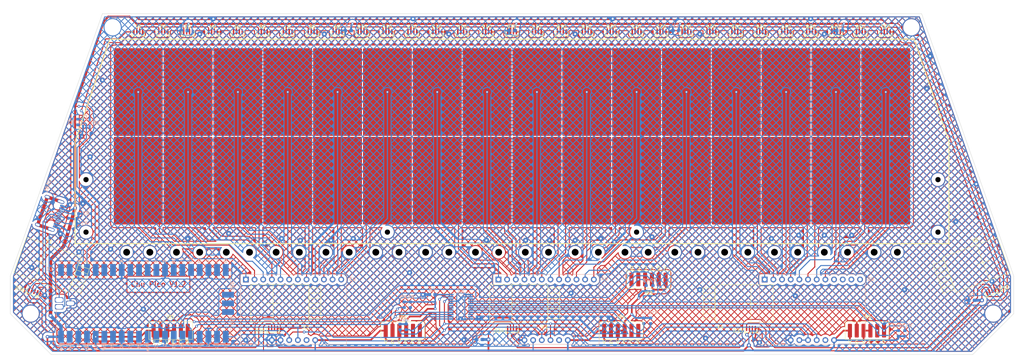
<source format=kicad_pcb>
(kicad_pcb (version 20211014) (generator pcbnew)

  (general
    (thickness 1.2)
  )

  (paper "B")
  (title_block
    (title "Chu Pico Main")
  )

  (layers
    (0 "F.Cu" signal)
    (31 "B.Cu" signal)
    (32 "B.Adhes" user "B.Adhesive")
    (33 "F.Adhes" user "F.Adhesive")
    (34 "B.Paste" user)
    (35 "F.Paste" user)
    (36 "B.SilkS" user "B.Silkscreen")
    (37 "F.SilkS" user "F.Silkscreen")
    (38 "B.Mask" user)
    (39 "F.Mask" user)
    (40 "Dwgs.User" user "User.Drawings")
    (41 "Cmts.User" user "User.Comments")
    (42 "Eco1.User" user "User.Eco1")
    (43 "Eco2.User" user "User.Eco2")
    (44 "Edge.Cuts" user)
    (45 "Margin" user)
    (46 "B.CrtYd" user "B.Courtyard")
    (47 "F.CrtYd" user "F.Courtyard")
    (48 "B.Fab" user)
    (49 "F.Fab" user)
  )

  (setup
    (stackup
      (layer "F.SilkS" (type "Top Silk Screen"))
      (layer "F.Paste" (type "Top Solder Paste"))
      (layer "F.Mask" (type "Top Solder Mask") (thickness 0.01))
      (layer "F.Cu" (type "copper") (thickness 0.035))
      (layer "dielectric 1" (type "core") (thickness 1.11) (material "FR4") (epsilon_r 4.5) (loss_tangent 0.02))
      (layer "B.Cu" (type "copper") (thickness 0.035))
      (layer "B.Mask" (type "Bottom Solder Mask") (thickness 0.01))
      (layer "B.Paste" (type "Bottom Solder Paste"))
      (layer "B.SilkS" (type "Bottom Silk Screen"))
      (copper_finish "None")
      (dielectric_constraints no)
    )
    (pad_to_mask_clearance 0)
    (grid_origin 214.196 93.074)
    (pcbplotparams
      (layerselection 0x00010fc_ffffffff)
      (disableapertmacros false)
      (usegerberextensions true)
      (usegerberattributes true)
      (usegerberadvancedattributes true)
      (creategerberjobfile false)
      (svguseinch false)
      (svgprecision 6)
      (excludeedgelayer true)
      (plotframeref false)
      (viasonmask false)
      (mode 1)
      (useauxorigin false)
      (hpglpennumber 1)
      (hpglpenspeed 20)
      (hpglpendiameter 15.000000)
      (dxfpolygonmode true)
      (dxfimperialunits true)
      (dxfusepcbnewfont true)
      (psnegative false)
      (psa4output false)
      (plotreference true)
      (plotvalue true)
      (plotinvisibletext false)
      (sketchpadsonfab false)
      (subtractmaskfromsilk true)
      (outputformat 1)
      (mirror false)
      (drillshape 0)
      (scaleselection 1)
      (outputdirectory "../../Production/PCB/chu_main/")
    )
  )

  (net 0 "")
  (net 1 "GND")
  (net 2 "+5V")
  (net 3 "+3V3")
  (net 4 "unconnected-(U1-Pad15)")
  (net 5 "Net-(U1-PadTP2)")
  (net 6 "Net-(U1-PadTP3)")
  (net 7 "unconnected-(USB1-Pad13)")
  (net 8 "unconnected-(USB1-Pad9)")
  (net 9 "unconnected-(USB1-Pad3)")
  (net 10 "unconnected-(U1-Pad14)")
  (net 11 "unconnected-(U1-Pad12)")
  (net 12 "unconnected-(U1-Pad11)")
  (net 13 "unconnected-(U1-Pad7)")
  (net 14 "unconnected-(U1-Pad6)")
  (net 15 "unconnected-(U1-Pad5)")
  (net 16 "unconnected-(U1-Pad2)")
  (net 17 "unconnected-(U1-Pad1)")
  (net 18 "unconnected-(U3-Pad1)")
  (net 19 "/SCL")
  (net 20 "/SDA")
  (net 21 "unconnected-(U4-Pad1)")
  (net 22 "unconnected-(U5-Pad1)")
  (net 23 "unconnected-(U1-Pad16)")
  (net 24 "unconnected-(U1-Pad19)")
  (net 25 "unconnected-(U1-Pad20)")
  (net 26 "unconnected-(U1-Pad26)")
  (net 27 "unconnected-(U1-Pad27)")
  (net 28 "unconnected-(U1-Pad29)")
  (net 29 "unconnected-(U1-Pad30)")
  (net 30 "unconnected-(U1-Pad31)")
  (net 31 "unconnected-(U1-Pad32)")
  (net 32 "unconnected-(U1-Pad34)")
  (net 33 "unconnected-(U1-Pad35)")
  (net 34 "unconnected-(U1-Pad37)")
  (net 35 "unconnected-(U1-Pad39)")
  (net 36 "unconnected-(U1-Pad41)")
  (net 37 "unconnected-(U1-Pad42)")
  (net 38 "unconnected-(U1-Pad43)")
  (net 39 "Net-(K25-Pad1)")
  (net 40 "Net-(K26-Pad1)")
  (net 41 "Net-(K27-Pad1)")
  (net 42 "Net-(K28-Pad1)")
  (net 43 "Net-(K29-Pad1)")
  (net 44 "Net-(K30-Pad1)")
  (net 45 "Net-(K31-Pad1)")
  (net 46 "Net-(K32-Pad1)")
  (net 47 "unconnected-(U5-Pad16)")
  (net 48 "unconnected-(U5-Pad17)")
  (net 49 "unconnected-(U5-Pad18)")
  (net 50 "unconnected-(U5-Pad19)")
  (net 51 "unconnected-(U8-Pad1)")
  (net 52 "Net-(K1-Pad1)")
  (net 53 "Net-(K2-Pad1)")
  (net 54 "Net-(K3-Pad1)")
  (net 55 "Net-(K4-Pad1)")
  (net 56 "Net-(K5-Pad1)")
  (net 57 "Net-(K6-Pad1)")
  (net 58 "Net-(K7-Pad1)")
  (net 59 "Net-(K8-Pad1)")
  (net 60 "Net-(K9-Pad1)")
  (net 61 "Net-(K10-Pad1)")
  (net 62 "Net-(K11-Pad1)")
  (net 63 "Net-(K12-Pad1)")
  (net 64 "Net-(K13-Pad1)")
  (net 65 "Net-(K14-Pad1)")
  (net 66 "Net-(K15-Pad1)")
  (net 67 "Net-(K16-Pad1)")
  (net 68 "Net-(K17-Pad1)")
  (net 69 "Net-(K18-Pad1)")
  (net 70 "Net-(K19-Pad1)")
  (net 71 "Net-(K20-Pad1)")
  (net 72 "Net-(K21-Pad1)")
  (net 73 "Net-(K22-Pad1)")
  (net 74 "Net-(K23-Pad1)")
  (net 75 "Net-(K24-Pad1)")
  (net 76 "unconnected-(U2-Pad19)")
  (net 77 "unconnected-(U2-Pad20)")
  (net 78 "unconnected-(U2-Pad10)")
  (net 79 "unconnected-(U2-Pad11)")
  (net 80 "Net-(D31-PadO)")
  (net 81 "Net-(D32-PadO)")
  (net 82 "Net-(D33-PadO)")
  (net 83 "Net-(D34-PadO)")
  (net 84 "Net-(D35-PadO)")
  (net 85 "unconnected-(D36-PadO)")
  (net 86 "Net-(D3-PadO)")
  (net 87 "Net-(D4-PadO)")
  (net 88 "Net-(D5-PadO)")
  (net 89 "Net-(D6-PadO)")
  (net 90 "Net-(D7-PadO)")
  (net 91 "Net-(D8-PadO)")
  (net 92 "Net-(D16-PadO)")
  (net 93 "Net-(D17-PadO)")
  (net 94 "Net-(D18-PadO)")
  (net 95 "Net-(D19-PadO)")
  (net 96 "Net-(D20-PadO)")
  (net 97 "Net-(D21-PadO)")
  (net 98 "Net-(D22-PadO)")
  (net 99 "Net-(D24-PadO)")
  (net 100 "Net-(D25-PadO)")
  (net 101 "Net-(D26-PadO)")
  (net 102 "Net-(D27-PadO)")
  (net 103 "Net-(D28-PadO)")
  (net 104 "Net-(D29-PadO)")
  (net 105 "Net-(D30-PadO)")
  (net 106 "Net-(D1-PadO)")
  (net 107 "Net-(D2-PadO)")
  (net 108 "Net-(D10-PadO)")
  (net 109 "Net-(D23-PadO)")
  (net 110 "Net-(D10-PadI)")
  (net 111 "Net-(D1-PadI)")
  (net 112 "Net-(D11-PadO)")
  (net 113 "Net-(D12-PadO)")
  (net 114 "Net-(D13-PadO)")
  (net 115 "Net-(D14-PadO)")
  (net 116 "Net-(D15-PadO)")
  (net 117 "unconnected-(U1-Pad17)")
  (net 118 "unconnected-(U1-Pad9)")
  (net 119 "unconnected-(U1-Pad10)")
  (net 120 "/SCL_1")
  (net 121 "/SDA_1")
  (net 122 "/SCL_2")
  (net 123 "/SDA_2")
  (net 124 "/SCL_3")
  (net 125 "/SDA_3")
  (net 126 "/SCL_4")
  (net 127 "/SDA_4")
  (net 128 "/SCL_5")
  (net 129 "/SDA_5")
  (net 130 "Net-(U1-Pad25)")
  (net 131 "unconnected-(U2-Pad17)")
  (net 132 "unconnected-(U2-Pad18)")
  (net 133 "unconnected-(U1-Pad24)")
  (net 134 "Net-(R1-Pad1)")
  (net 135 "Net-(R2-Pad1)")
  (net 136 "Net-(R3-Pad2)")

  (footprint "chu_main:WS2812B-4020" (layer "F.Cu") (at 309.096 63.074 180))

  (footprint "chu_main:ChuKeyScrews" (layer "F.Cu") (at 323.696 106.074 180))

  (footprint "chu_main:WS2812B-4020" (layer "F.Cu") (at 192.296 63.074 180))

  (footprint "chu_main:GP2Y0E03_REAL" (layer "F.Cu") (at 144.196 142.074 90))

  (footprint "chu_main:WS2812B-4020" (layer "F.Cu") (at 144.196 150.074 180))

  (footprint "chu_main:WS2812B-4020" (layer "F.Cu") (at 257.996 63.074 180))

  (footprint "chu_main:WS2812B-4020" (layer "F.Cu") (at 104.696 63.074 180))

  (footprint "chu_main:ChuKeyScrews" (layer "F.Cu") (at 163.096 106.074 180))

  (footprint "chu_main:ChuKey" (layer "F.Cu") (at 119.296 80.074))

  (footprint "chu_main:WS2812B-4020" (layer "F.Cu") (at 279.896 63.074 180))

  (footprint "chu_main:GP2Y0E03" (layer "F.Cu") (at 318.196 150.074))

  (footprint "chu_main:WS2812B-4020" (layer "F.Cu") (at 287.196 63.074 180))

  (footprint "chu_main:WS2812B-4020" (layer "F.Cu") (at 111.996 63.074 180))

  (footprint "chu_main:WS2812B-4020" (layer "F.Cu") (at 199.596 63.074 180))

  (footprint "chu_main:ChuKey" (layer "F.Cu") (at 265.296 80.074))

  (footprint "chu_main:WS2812B-4020" (layer "F.Cu") (at 73.696 139.074 160))

  (footprint "chu_main:ChuKey" (layer "F.Cu") (at 192.296 80.074))

  (footprint "chu_main:WS2812B-4020" (layer "F.Cu") (at 272.596 63.074 180))

  (footprint "chu_main:WS2812B-4020" (layer "F.Cu") (at 284.196 150.074 180))

  (footprint "chu_main:ChuKey" (layer "F.Cu") (at 104.696 80.074))

  (footprint "chu_main:ChuKeyScrews" (layer "F.Cu") (at 148.496 106.074 180))

  (footprint "chu_main:WS2812B-4020" (layer "F.Cu") (at 206.896 63.074 180))

  (footprint "chu_main:GP2Y0E03" (layer "F.Cu") (at 114.196 150.074))

  (footprint "chu_main:WS2812B-4020" (layer "F.Cu") (at 163.096 63.074 180))

  (footprint "chu_main:ChuKeyScrews" (layer "F.Cu") (at 104.696 106.074 180))

  (footprint "chu_main:WS2812B-4020" (layer "F.Cu") (at 236.096 63.074 180))

  (footprint "chu_main:WS2812B-4020" (layer "F.Cu") (at 126.596 63.074 180))

  (footprint "chu_main:ChuKey" (layer "F.Cu") (at 163.096 80.074))

  (footprint "chu_main:WS2812B-4020" (layer "F.Cu") (at 148.496 63.074 180))

  (footprint "chu_main:ChuKey" (layer "F.Cu") (at 279.896 80.074))

  (footprint "chu_main:WS2812B-4020" (layer "F.Cu") (at 228.796 63.074 180))

  (footprint "chu_main:ChuKeyScrews" (layer "F.Cu") (at 309.096 106.074 180))

  (footprint "chu_main:ChuAcrylic" locked (layer "F.Cu")
    (tedit 0) (tstamp 6d5fc046-0aaf-471c-a688-b908063b2444)
    (at 214.196 94.574)
    (property "Sheetfile" "chu_main.kicad_sch")
    (property "Sheetname" "")
    (path "/c68e4c20-d03b-4dd9-aa72-ddc385238478")
    (fp_text reference "U0" (at -4 -31 unlocked) (layer "F.SilkS") hide
      (effects (font (size 1 1) (thickness 0.15)))
      (tstamp 6bbd6865-ac34-4432-82ce-f2f1f3216bc8)
    )
    (fp_text value "ChuAcrylic" (at 0 28 unlocked) (layer "F.Fab")
      (effects (font (size 1 1) (thickness 0.15)))
      (tstamp 7b7ff4cf-c25a-4206-be5e-858e69c8a780)
    )
    (fp_text user "${REFERENCE}" (at 0 32 unlocked) (layer "F.Fab")
      (effects (font (size 1 1) (thickness 0.15)))
      (tstamp 11e3442d-6ce4-4e05-a741-1714376c8abf)
    )
    (fp_line (start -127.999994 30) (end -127.999994 30) (layer "F.SilkS") (width 0.264582) (tstamp 06d45a16-9b0d-4c4e-9fc5-2032304bc29f))
    (fp_line (start 117.800013 -30) (end -117.799993 -30) (layer "F.SilkS") (width 0.264582) (tstamp 2762b9e6-ade7-4721-9f38-af0354ac2c62))
    (fp_line (start 127.999995 30) (end 127.999995 0) (layer "F.SilkS") (width 0.264582) (tstamp 2c1fe732-3593-4309-90e0-4cf7f847e654))
    (fp_line (start 127.999995 0) (end 117.800013 -30) (layer "F.SilkS") (width 0.264582) (tstamp 448328b0-7cfe-45de-b989-6d143095e968))
    (fp_line (start 127.999995 0) (end 127.999995 0) (layer "F.SilkS") (width 0.264582) (tstamp 4a6657dc-2264-4921-9ada-bb3ca20ed13a))
    (fp_line (start -127.999994 0) (end -127.999994 0) (layer "F.SilkS") (width 0.264582) (tstamp 4b8028b3-4e99-4b4e-9001-1fd2216f0dae))
    (fp_line (start -127.999994 0) (end -127.999994 30) (layer "F.SilkS") (width 0.264582) (tstamp 70004aa7-78b8-4373-b0e1-77c4aad25a60))
    (fp_line (start 117.800013 -30) (end 117.800013 -30) (layer "F.SilkS") (width 0.264582) (tstamp 84c228ca-9917-461f-91e0-0adbfb4d8ffd))
    (fp_line (start 127.999995 30) (end 127.999995 30) (layer "F.SilkS") (width 0.264582) (tstamp 94a973b5-b27c-4d5c-abd1-6c47da0f7347))
    (fp_line (start -117.799993 -30) (end -127.999994 0) (layer "F.SilkS") (width 0.264582) (tstamp a149804a-ab58-47db-9cfa-a365013b9f61))
    (fp_line (start -127.999994 30) (end 127.999995 30) (layer "F.SilkS") (width 0.264582) (tstamp c57d607c-afa6-4f1c-a046-73cc0a3ff8b0))
    (fp_line (start 35.651486 25.751472) (end 35.693161 25.711738) (layer "Dwgs.User") (width 0.264582) (tstamp 0075c56a-8a9c-49d2-b5f3-f8a77e136b1c))
    (fp_line (start -125.320243 12.281669) (end -125.371985 12.255168) (layer "Dwgs.User") (width 0.264582) (tstamp 007af52b-8b2a-4a2f-8add-e164d0f041c3))
    (fp_line (start 123.77373 10.577756) (end 123.804944 10.529069) (layer "Dwgs.User") (width 0.264582) (tstamp 008f79ba-25bd-4e71-8f79-d7ac5f287c1d))
    (fp_line (start 74.00001 -28.036364) (end 74.00001 24) (layer "Dwgs.User") (width 0.264582) (tstamp 00a13bd8-ae04-4d91-a37a-7ddf24f9f38a))
    (fp_line (start 37.698446 26.66175) (end 37.693811 26.722692) (layer "Dwgs.User") (width 0.264582) (tstamp 00ffd13a-485f-4220-ad3b-8c08523f89ee))
    (fp_line (start -124.443149 27.746046) (end -124.500094 27.762217) (layer "Dwgs.User") (width 0.264582) (tstamp 01990ec0-9bec-4f6e-b8fd-743e977abab7))
    (fp_line (start -36.967084 27.705694) (end -37.020239 27.681663) (layer "Dwgs.User") (width 0.264582) (tstamp 01deff6e-f4f6-4659-b2fb-26041bcbd7a0))
    (fp_line (start -71.99999 -28.036364) (end -71.99999 -28.036364) (layer "Dwgs.User") (width 0.264582) (tstamp 02305443-03de-47b1-8cf2-ce2e93774427))
    (fp_line (start 125.372011 27.655163) (end 125.320269 27.681663) (layer "Dwgs.User") (width 0.264582) (tstamp 028c4a5f-4ede-41a5-98d4-5234a2e8df35))
    (fp_line (start 36.856851 27.746046) (end 36.799906 27.762217) (layer "Dwgs.User") (width 0.264582) (tstamp 02d225eb-435c-4a59-9579-6084fa9f5e5c))
    (fp_line (start -125.688255 27.40685) (end -125.725972 27.363309) (layer "Dwgs.User") (width 0.264582) (tstamp 032c15be-7a55-426e-9af3-6086f172beb3))
    (fp_line (start -35.61173 27.40685) (end -35.651463 27.448525) (layer "Dwgs.User") (width 0.264582) (tstamp 03c74904-bc48-44f0-a5a9-e00c6c1fbfd9))
    (fp_line (start -73.99999 -28.036364) (end -73.99999 24) (layer "Dwgs.User") (width 0.264582) (tstamp 03dce185-2028-44a8-a227-bef57b0f6fc9))
    (fp_line (start -124.387392 25.472817) (end -124.332898 25.494303) (layer "Dwgs.User") (width 0.264582) (tstamp 040ecc14-92cb-41b6-9c31-cbc3d5f17793))
    (fp_line (start -124.228001 12.255168) (end -124.279743 12.281669) (layer "Dwgs.User") (width 0.264582) (tstamp 045ff1aa-970b-4bad-8fd4-5013df12ceec))
    (fp_line (start 124.332913 27.705694) (end 124.279757 27.681663) (layer "Dwgs.User") (width 0.264582) (tstamp 046b500a-e1b2-45d5-8e6b-c4714f81c8a7))
    (fp_line (start 36.087413 27.72718) (end 36.032919 27.705694) (layer "Dwgs.User") (width 0.264582) (tstamp 04b30dc1-1e38-422e-917a-856651b3d829))
    (fp_line (start 125.795083 10.529069) (end 125.826296 10.577756) (layer "Dwgs.User") (width 0.264582) (tstamp 05020d4b-20bd-4f44-a3e1-00570816c2fc))
    (fp_line (start -35.504933 27.270929) (end -35.538389 27.317977) (layer "Dwgs.User") (width 0.264582) (tstamp 050d50bd-decd-45d1-8c73-285bd8124f82))
    (fp_line (start -37.071981 25.544834) (end -37.020239 25.518334) (layer "Dwgs.User") (width 0.264582) (tstamp 05340d53-75a7-4ac5-9bcb-8f0552bdb473))
    (fp_line (start -124.738241 12.39844) (end -124.799993 12.400002) (layer "Dwgs.User") (width 0.264582) (tstamp 057bacf9-3f2a-4b6b-9320-7d858f632ee0))
    (fp_line (start -124.443149 10.05395) (end -124.387392 10.072816) (layer "Dwgs.User") (width 0.264582) (tstamp 06656e45-11c5-41dd-b1a0-3926c7956599))
    (fp_line (start 125.795083 11.870933) (end 125.761626 11.917981) (layer "Dwgs.User") (width 0.264582) (tstamp 06df4cd1-c4b6-4bbe-a4e7-135a269d51a0))
    (fp_line (start -123.83839 27.317977) (end -123.874014 27.363309) (layer "Dwgs.User") (width 0.264582) (tstamp 074846b8-1eba-43bb-95f9-40d1912312a0))
    (fp_line (start -35.47372 27.222242) (end -35.504933 27.270929) (layer "Dwgs.User") (width 0.264582) (tstamp 0800c998-dedd-4532-bc6f-b53a5ca5cc46))
    (fp_line (start -31.199995 -30) (end -30.199995 -28.036364) (layer "Dwgs.User") (width 0.264582) (tstamp 08721974-f907-4659-a0cb-6958b0b589fd))
    (fp_line (start 125.212618 12.327186) (end 125.156861 12.346052) (layer "Dwgs.User") (width 0.264582) (tstamp 090493c9-ab3e-4b1d-8f15-a4b282c7f3ff))
    (fp_line (start -35.651463 25.751472) (end -35.61173 25.793147) (layer "Dwgs.User") (width 0.264582) (tstamp 093d4adb-963f-4337-8b9c-6b47bfe7f4fa))
    (fp_line (start 124.982764 27.786169) (end 124.922708 27.7938) (layer "Dwgs.User") (width 0.264582) (tstamp 094e0c1e-8e00-4427-8bf9-b8db15e6e5ba))
    (fp_line (start 125.761626 27.317977) (end 125.726001 27.363309) (layer "Dwgs.User") (width 0.264582) (tstamp 0979c1a6-a96f-4781-936e-00b1540575a4))
    (fp_line (start 35.473742 25.977755) (end 35.504955 25.929068) (layer "Dwgs.User") (width 0.264582) (tstamp 09926fa0-1461-49cd-b5ce-a052668e4b7b))
    (fp_line (start 37.605705 26.132904) (end 37.627191 26.187398) (layer "Dwgs.User") (width 0.264582) (tstamp 09b0dd83-6ec5-4f7e-8931-b87b65a6c21b))
    (fp_line (start 125.927209 10.7874) (end 125.946075 10.843157) (layer "Dwgs.User") (width 0.264582) (tstamp 09defcca-25d5-4b62-8ac9-012520feb2d1))
    (fp_line (start 127.999995 0) (end 127.999995 0) (layer "Dwgs.User") (width 0.264582) (tstamp 09fceae0-0cc3-4a54-a44d-4180885113c9))
    (fp_line (start -123.694294 26.132904) (end -123.672808 26.187398) (layer "Dwgs.User") (width 0.264582) (tstamp 0a614922-9852-4c67-a483-d6b95235791d))
    (fp_line (start 125.826296 27.222242) (end 125.795083 27.270929) (layer "Dwgs.User") (width 0.264582) (tstamp 0a6d9545-270c-4afd-9f89-7c12fe724826))
    (fp_line (start -125.927178 11.612601) (end -125.946044 11.556844) (layer "Dwgs.User") (width 0.264582) (tstamp 0aa9fadf-22ac-4554-984c-acddc8408b21))
    (fp_line (start -37.555154 27.171989) (end -37.581655 27.120248) (layer "Dwgs.User") (width 0.264582) (tstamp 0acc4d10-b19d-4d5d-ac96-4e9aa961a14c))
    (fp_line (start -37.675607 26.84184) (end -37.68616 26.782747) (layer "Dwgs.User") (width 0.264582) (tstamp 0b0d5a6a-6e0d-403d-ae3c-c11ef46f65e5))
    (fp_line (start -123.83839 25.88202) (end -123.804933 25.929068) (layer "Dwgs.User") (width 0.264582) (tstamp 0b110932-767d-4270-b6a3-85663f2518a3))
    (fp_line (start -37.306842 25.711738) (end -37.263301 25.674022) (layer "Dwgs.User") (width 0.264582) (tstamp 0b1e9c8c-3643-4625-b118-6e2fd3eb0dd3))
    (fp_line (start 126.000025 26.599998) (end 125.998464 26.66175) (layer "Dwgs.User") (width 0.264582) (tstamp 0b7e98e2-ee55-4dd5-8e85-3af6e54c7b06))
    (fp_line (start -57.399991 -28.036364) (end -57.399991 24) (layer "Dwgs.User") (width 0.264582) (tstamp 0bb4e87e-7b08-47b6-b3d3-ccb789423fe3))
    (fp_line (start -123.993139 27.488259) (end -124.036681 27.525975) (layer "Dwgs.User") (width 0.264582) (tstamp 0bf95875-dd9d-44f3-bb93-f1e9e692cb87))
    (fp_line (start -123.77372 27.222242) (end -123.804933 27.270929) (layer "Dwgs.User") (width 0.264582) (tstamp 0c62c3dd-90d0-48bd-bce7-2a7122f2f994))
    (fp_line (start 124.73826 27.798434) (end 124.677319 27.7938) (layer "Dwgs.User") (width 0.264582) (tstamp 0cd1b32a-8976-4f82-b245-f08d22f30312))
    (fp_line (start -125.517973 27.561599) (end -125.563305 27.525975) (layer "Dwgs.User") (width 0.264582) (tstamp 0ce346be-e0bb-4fe5-9484-89ac788332b6))
    (fp_line (start 125.99383 26.722692) (end 125.986199 26.782747) (layer "Dwgs.User") (width 0.264582) (tstamp 0dc9e031-29ad-4b63-b0d9-aee20a242d70))
    (fp_line (start 117.800013 -30) (end 117.800013 -30) (layer "Dwgs.User") (width 0.264582) (tstamp 0df9ab06-f36e-47cd-a4f0-e83d57fb650e))
    (fp_line (start -123.694294 10.732906) (end -123.672808 10.7874) (layer "Dwgs.User") (width 0.264582) (tstamp 0e45fdbf-4c89-4830-aaef-b0e08cd78d86))
    (fp_line (start -124.558151 25.424381) (end -124.500094 25.43778) (layer "Dwgs.User") (width 0.264582) (tstamp 0e878ba9-6244-46b0-bda1-4af897b74797))
    (fp_line (start 125.99383 26.477305) (end 125.998464 26.538247) (layer "Dwgs.User") (width 0.264582) (tstamp 0e94d79a-daef-4d58-b115-9e94382be003))
    (fp_line (start -124.799993 10) (end -124.738241 10.001561) (layer "Dwgs.User") (width 0.264582) (tstamp 0eb36824-b625-4896-9094-9fe2e70dcd46))
    (fp_line (start -125.156837 10.05395) (end -125.099892 10.037779) (layer "Dwgs.User") (width 0.264582) (tstamp 0ef6d379-9d35-4cbc-99d5-0b0cb2c0147a))
    (fp_line (start 123.613828 11.017252) (end 123.624381 10.958159) (layer "Dwgs.User") (width 0.264582) (tstamp 0f2a3392-a0de-46c2-a544-3f9ee3dbd1ee))
    (fp_line (start 36.438259 27.798434) (end 36.377318 27.7938) (layer "Dwgs.User") (width 0.264582) (tstamp 0f3b0f65-2cee-4ee2-aaab-6610a207c370))
    (fp_line (start 125.041858 12.375622) (end 124.982764 12.386175) (layer "Dwgs.User") (width 0.264582) (tstamp 0fc86d68-485e-4a8f-866b-682dd1bda4e3))
    (fp_line (start -125.267088 25.494303) (end -125.212594 25.472817) (layer "Dwgs.User") (width 0.264582) (tstamp 1043fa1d-74a0-47d3-878c-0718a4188fa8))
    (fp_line (start 35.300013 26.599998) (end 35.301575 26.538247) (layer "Dwgs.User") (width 0.264582) (tstamp 1057f41d-3d93-4a47-9f7a-8a476c9b63b1))
    (fp_line (start 123.993151 12.088263) (end 123.951476 12.04853) (layer "Dwgs.User") (width 0.264582) (tstamp 109c1b1b-ad92-4690-9407-ff6dd7b4c07f))
    (fp_line (start -123.911731 12.006854) (end -123.951464 12.04853) (layer "Dwgs.User") (width 0.264582) (tstamp 111e0252-7f90-410a-95f1-a67e77f55ec2))
    (fp_line (start -37.68616 26.41725) (end -37.675607 26.358156) (layer "Dwgs.User") (width 0.264582) (tstamp 1145ee8e-98b3-412c-8acf-7a1987ea8716))
    (fp_line (start 125.975645 10.958159) (end 125.986199 11.017252) (layer "Dwgs.User") (width 0.264582) (tstamp 11dc8a4f-6d7e-4693-b935-a8c913f82dab))
    (fp_line (start -37.425967 25.836688) (end -37.38825 25.793147) (layer "Dwgs.User") (width 0.264582) (tstamp 11e97fb8-9918-4fb1-87ea-9a8b1406a2b1))
    (fp_line (start -124.982741 12.386175) (end -125.041835 12.375622) (layer "Dwgs.User") (width 0.264582) (tstamp 120ef5aa-32fa-4b35-8b0d-ef0b5ce3630b))
    (fp_line (start -123.718325 10.679751) (end -123.694294 10.732906) (layer "Dwgs.User") (width 0.264582) (tstamp 12464f11-1868-470b-a57a-28ae553a6914))
    (fp_line (start 123.993151 27.488259) (end 123.951476 27.448525) (layer "Dwgs.User") (width 0.264582) (tstamp 125fbb7e-1aa3-43c4-8c6c-f62f8887f5d5))
    (fp_line (start -125.826266 25.977755) (end -125.795053 25.929068) (layer "Dwgs.User") (width 0.264582) (tstamp 126d8866-4b52-4507-aa4a-d1b5f75a2311))
    (fp_line (start -35.353942 26.243155) (end -35.337772 26.3001) (layer "Dwgs.User") (width 0.264582) (tstamp 12e0ef13-8df1-489c-92ea-d818029a8ae3))
    (fp_line (start 123.77373 11.822245) (end 123.744836 11.771993) (layer "Dwgs.User") (width 0.264582) (tstamp 13191352-4f75-4398-aaf5-adb56fb6a1d4))
    (fp_line (start -125.85516 26.028008) (end -125.826266 25.977755) (layer "Dwgs.User") (width 0.264582) (tstamp 13300fa2-b927-4d19-8c6e-16a195ac9516))
    (fp_line (start 59.400004 -28.036364) (end 59.400004 -28.036364) (layer "Dwgs.User") (width 0.264582) (tstamp 1371cb13-23c4-4501-bcdd-6097b4660de8))
    (fp_line (start -1.99999 -30) (end -0.99999 -28.036364) (layer "Dwgs.User") (width 0.264582) (tstamp 13bcd651-d218-44cd-9896-48a2024c598e))
    (fp_line (start -124.036681 10.274022) (end -123.993139 10.311738) (layer "Dwgs.User") (width 0.264582) (tstamp 1434d36c-2e0a-48a3-b23d-55c5a83089ab))
    (fp_line (start 125.688285 27.40685) (end 125.648551 27.448525) (layer "Dwgs.User") (width 0.264582) (tstamp 1450f66e-47ba-4e3f-8344-4f8cfd02643b))
    (fp_line (start -36.200091 27.762217) (end -36.258148 27.775616) (layer "Dwgs.User") (width 0.264582) (tstamp 1466dfa9-669b-4ca4-9896-de236f27d877))
    (fp_line (start -0.99999 -28.036364) (end -0.99999 24) (layer "Dwgs.User") (width 0.264582) (tstamp 14eb16af-1d89-422a-9696-e60c3884e6b9))
    (fp_line (start 35.928022 25.544834) (end 35.979764 25.518334) (layer "Dwgs.User") (width 0.264582) (tstamp 1505113e-db13-4a10-b38e-4a848319174d))
    (fp_line (start -124.082013 10.238398) (end -124.036681 10.274022) (layer "Dwgs.User") (width 0.264582) (tstamp 15145df6-2d04-40f1-a41a-5ccb9407578c))
    (fp_line (start -37.020239 25.518334) (end -36.967084 25.494303) (layer "Dwgs.User") (width 0.264582) (tstamp 1551099d-c629-40cd-9eef-c041f4e3f168))
    (fp_line (start 36.74185 25.424381) (end 36.799906 25.43778) (layer "Dwgs.User") (width 0.264582) (tstamp 16698b87-7fbd-4da0-a872-21b0da45b6ca))
    (fp_line (start 125.99383 11.322694) (end 125.986199 11.382749) (layer "Dwgs.User") (width 0.264582) (tstamp 16ae4d0e-61fd-4ad4-8104-080004175b87))
    (fp_line (start -125.041835 10.02438) (end -124.982741 10.013827) (layer "Dwgs.User") (width 0.264582) (tstamp 16f5196e-f890-4032-b7c4-87b8140976b4))
    (fp_line (start -124.861745 25.401563) (end -124.799993 25.400002) (layer "Dwgs.User") (width 0.264582) (tstamp 16fe4b08-2907-4760-a211-41047ef934a8))
    (fp_line (start -125.795053 11.870933) (end -125.826266 11.822245) (layer "Dwgs.User") (width 0.264582) (tstamp 1766f523-d7f4-477a-a763-69e0f1c1b9ab))
    (fp_line (start -124.036681 25.674022) (end -123.993139 25.711738) (layer "Dwgs.User") (width 0.264582) (tstamp 178f390f-9396-4afd-bfba-45a2928e569b))
    (fp_line (start 124.177762 10.173728) (end 124.228015 10.144834) (layer "Dwgs.User") (width 0.264582) (tstamp 179a71db-4076-4028-a1b2-6952ba120cc0))
    (fp_line (start -35.31382 26.782747) (end -35.324373 26.84184) (layer "Dwgs.User") (width 0.264582) (tstamp 18006742-7ebf-4cdb-9336-ebc829103197))
    (fp_line (start -125.371985 25.544834) (end -125.320243 25.518334) (layer "Dwgs.User") (width 0.264582) (tstamp 1817ce1a-246d-4413-a1dc-d54c8f4591cc))
    (fp_line (start 124.036693 25.674022) (end 124.082026 25.638398) (layer "Dwgs.User") (width 0.264582) (tstamp 18408127-f9de-4971-97d5-5e554ca8abc7))
    (fp_line (start -125.156837 25.453951) (end -125.099892 25.43778) (layer "Dwgs.User") (width 0.264582) (tstamp 1931c92f-82a4-406f-a0d3-416676058455))
    (fp_line (start -123.637771 10.900102) (end -123.624372 10.958159) (layer "Dwgs.User") (width 0.264582) (tstamp 19752a9d-8f51-4eed-8a20-afb892b25451))
    (fp_line (start -125.986167 26.41725) (end -125.975614 26.358156) (layer "Dwgs.User") (width 0.264582) (tstamp 19774a66-cdf1-4839-acd0-053b6ddcba7c))
    (fp_line (start 35.574036 27.363309) (end 35.538411 27.317977) (layer "Dwgs.User") (width 0.264582) (tstamp 1a08e885-4182-48a3-9abd-5dc66aa45883))
    (fp_line (start -125.267088 27.705694) (end -125.320243 27.681663) (layer "Dwgs.User") (width 0.264582) (tstamp 1a131be4-8934-4bba-8da6-8fb25a1a8900))
    (fp_line (start 125.946075 26.243155) (end 125.962246 26.3001) (layer "Dwgs.User") (width 0.264582) (tstamp 1a42c851-f2b2-4bdb-b53d-13dbf1d0b682))
    (fp_line (start -125.986167 26.782747) (end -125.993798 26.722692) (layer "Dwgs.User") (width 0.264582) (tstamp 1a52e0c8-609a-4f6a-b2e9-f674b7280e2e))
    (fp_line (start 125.688285 10.393147) (end 125.726001 10.436689) (layer "Dwgs.User") (width 0.264582) (tstamp 1a59d7c4-a090-4c2e-9a67-6470ba692516))
    (fp_line (start 124.387408 12.327186) (end 124.332913 12.3057) (layer "Dwgs.User") (width 0.264582) (tstamp 1a5a48f6-5364-43c5-ada2-f13b5ea952ce))
    (fp_line (start -124.332898 25.494303) (end -124.279743 25.518334) (layer "Dwgs.User") (width 0.264582) (tstamp 1aa0dded-d69d-47fb-a302-044741c912f0))
    (fp_line (start 125.099915 12.362222) (end 125.041858 12.375622) (layer "Dwgs.User") (width 0.264582) (tstamp 1aef4f69-6707-45b5-a647-64b240229640))
    (fp_line (start -123.993139 10.311738) (end -123.951464 10.351472) (layer "Dwgs.User") (width 0.264582) (tstamp 1b00bed7-64c0-45c0-ab3d-2506a64ee3f4))
    (fp_line (start 124.129074 27.595055) (end 124.082026 27.561599) (layer "Dwgs.User") (width 0.264582) (tstamp 1b7193f2-1c69-42c7-b71b-adfd12c03921))
    (fp_line (start 37.675627 26.84184) (end 37.662228 26.899897) (layer "Dwgs.User") (width 0.264582) (tstamp 1b781d00-d2c0-4155-a282-3fb8e6da1482))
    (fp_line (start 125.606875 10.311738) (end 125.648551 10.351472) (layer "Dwgs.User") (width 0.264582) (tstamp 1bb9f2cf-0971-4e47-afe6-c9b4e26cb4d9))
    (fp_line (start -123.874014 10.436689) (end -123.83839 10.482021) (layer "Dwgs.User") (width 0.264582) (tstamp 1be3f21b-4470-4ca2-8013-d4ffcb7569f5))
    (fp_line (start -37.263301 27.525975) (end -37.306842 27.488259) (layer "Dwgs.User") (width 0.264582) (tstamp 1c9173be-fc83-4be7-be4f-f98cec56dfc8))
    (fp_line (start -89.599992 -30) (end -88.599992 -28.036364) (layer "Dwgs.User") (width 0.264582) (tstamp 1cb12e61-c83b-467e-b51b-3a6b203c31bc))
    (fp_line (start 123.613828 26.41725) (end 123.624381 26.358156) (layer "Dwgs.User") (width 0.264582) (tstamp 1cb1aee2-579e-42d7-9d84-01718dae41cc))
    (fp_line (start -35.829059 25.604941) (end -35.782012 25.638398) (layer "Dwgs.User") (width 0.264582) (tstamp 1d42a492-f4fc-4aac-beb8-091fdad2d4ce))
    (fp_line (start 125.212618 25.472817) (end 125.267113 25.494303) (layer "Dwgs.User") (width 0.264582) (tstamp 1dc786b8-ccd0-4c56-b18a-e42ec8938a0a))
    (fp_line (start -125.761596 25.88202) (end -125.725972 25.836688) (layer "Dwgs.User") (width 0.264582) (tstamp 1dcb9af2-7bf2-4439-9442-172aaac5a29d))
    (fp_line (start 125.267113 27.705694) (end 125.212618 27.72718) (layer "Dwgs.User") (width 0.264582) (tstamp 1df896ca-9876-4fee-9ba5-a34d9d3eecfd))
    (fp_line (start -125.975614 26.358156) (end -125.962215 26.3001) (layer "Dwgs.User") (width 0.264582) (tstamp 1e0d7a98-36f0-4d23-b80e-b73a9155a621))
    (fp_line (start 124.922708 27.7938) (end 124.861766 27.798434) (layer "Dwgs.User") (width 0.264582) (tstamp 1e9ad8e0-7cab-4fa4-93eb-2b83621656f5))
    (fp_line (start 37.388268 25.793147) (end 37.425984 25.836688) (layer "Dwgs.User") (width 0.264582) (tstamp 1f6beafa-d61a-44e1-be18-20e41de15803))
    (fp_line (start -35.736679 27.525975) (end -35.782012 27.561599) (layer "Dwgs.User") (width 0.264582) (tstamp 1fb3d792-3ad7-4501-b1ca-4ea598b14e29))
    (fp_line (start -123.599992 11.200001) (end -123.601554 11.261753) (layer "Dwgs.User") (width 0.264582) (tstamp 1fbba0e2-0916-43ee-83fc-6cd554f30110))
    (fp_line (start 123.624381 11.441843) (end 123.613828 11.382749) (layer "Dwgs.User") (width 0.264582) (tstamp 1fdd246a-9ab6-4432-aa2e-3cabf4ddd237))
    (fp_line (start -124.6773 10.006195) (end -124.617245 10.013827) (layer "Dwgs.User") (width 0.264582) (tstamp 20679927-a354-47a3-8442-7d4799dc6e82))
    (fp_line (start 125.986199 11.382749) (end 125.975645 11.441843) (layer "Dwgs.User") (width 0.264582) (tstamp 20b50a87-27d8-41ba-9643-995b3b7de278))
    (fp_line (start -37.020239 27.681663) (end -37.071981 27.655163) (layer "Dwgs.User") (width 0.264582) (tstamp 219fe710-2d8f-4612-87d9-7d617c71146e))
    (fp_line (start 125.881691 10.679751) (end 125.905723 10.732906) (layer "Dwgs.User") (width 0.264582) (tstamp 21a42fc8-f0ae-4008-b2c4-d8f84b8d0169))
    (fp_line (start 124.500111 25.43778) (end 124.558168 25.424381) (layer "Dwgs.User") (width 0.264582) (tstamp 21a9ec5e-6709-4de4-bf37-03009605066f))
    (fp_line (start -124.922686 10.006195) (end -124.861745 10.001561) (layer "Dwgs.User") (width 0.264582) (tstamp 21b9c7e7-d514-4de3-a883-248e6ca35d0e))
    (fp_line (start 123.744836 27.171989) (end 123.718335 27.120248) (layer "Dwgs.User") (width 0.264582) (tstamp 21d62974-ed84-4016-8229-85c864aeefdd))
    (fp_line (start -36.032896 27.705694) (end -36.08739 27.72718) (layer "Dwgs.User") (width 0.264582) (tstamp 220eeaf1-9ef8-46e0-b2ca-d27f08da6057))
    (fp_line (start -125.986167 11.017252) (end -125.975614 10.958159) (layer "Dwgs.User") (width 0.264582) (tstamp 224e51d8-29d1-44e1-92e5-c4f3adb798bd))
    (fp_line (start 125.320269 27.681663) (end 125.267113 27.705694) (layer "Dwgs.User") (width 0.264582) (tstamp 225c8131-a49d-4026-b2a6-f9bfada93558))
    (fp_line (start 123.911742 12.006854) (end 123.874025 11.963313) (layer "Dwgs.User") (width 0.264582) (tstamp 227240f0-c1cb-49ff-86ec-a632ff0f4875))
    (fp_line (start -37.38825 25.793147) (end -37.348517 25.751472) (layer "Dwgs.User") (width 0.264582) (tstamp 22757825-6440-4ba5-adaf-dac4acf79674))
    (fp_line (start 123.672817 11.612601) (end 123.653951 11.556844) (layer "Dwgs.User") (width 0.264582) (tstamp 22cbfeec-ae8a-4b2f-a1c3-79ce6e7d1ac3))
    (fp_line (start -35.651463 27.448525) (end -35.693138 27.488259) (layer "Dwgs.User") (width 0.264582) (tstamp 22d2748d-166f-4fda-b64b-bd24deff6d7d))
    (fp_line (start -37.693791 26.477305) (end -37.68616 26.41725) (layer "Dwgs.User") (width 0.264582) (tstamp 231da91a-4855-40ee-bed1-5556c88094e6))
    (fp_line (start 125.795083 25.929068) (end 125.826296 25.977755) (layer "Dwgs.User") (width 0.264582) (tstamp 2386d4e4-8895-4874-99b1-9789ee331ddd))
    (fp_line (start -124.177749 27.626268) (end -124.228001 27.655163) (layer "Dwgs.User") (width 0.264582) (tstamp 2437fcc4-58e2-4e70-a5c6-b483be9569e2))
    (fp_line (start 15.600001 -28.036364) (end 15.600001 -28.036364) (layer "Dwgs.User") (width 0.264582) (tstamp 246dc79c-ba5d-4b80-9ee0-509234d959ab))
    (fp_line (start -125.986167 11.382749) (end -125.993798 11.322694) (layer "Dwgs.User") (width 0.264582) (tstamp 25003811-af6a-45a7-a95c-a0de8a6a8524))
    (fp_line (start -125.212594 25.472817) (end -125.156837 25.453951) (layer "Dwgs.User") (width 0.264582) (tstamp 254be285-ea9c-4384-96b1-13a7ed80697f))
    (fp_line (start 123.606196 26.722692) (end 123.601562 26.66175) (layer "Dwgs.User") (width 0.264582) (tstamp 2568f67e-e114-44f7-94d6-61145d0ca2c0))
    (fp_line (start -86.599992 -28.036364) (end -86.599992 24) (layer "Dwgs.User") (width 0.264582) (tstamp 256fcb39-6014-4010-871a-df8af58f0f6e))
    (fp_line (start -35.299993 26.599998) (end -35.299993 26.599998) (layer "Dwgs.User") (width 0.264582) (tstamp 265ac54f-a1de-49ab-9599-451f122a673c))
    (fp_line (start -125.962215 10.900102) (end -125.946044 10.843157) (layer "Dwgs.User") (width 0.264582) (tstamp 273e62ae-5014-4200-953d-29a7faf221e4))
    (fp_line (start -37.263301 25.674022) (end -37.217968 25.638398) (layer "Dwgs.User") (width 0.264582) (tstamp 277a5d53-0c25-4fea-831a-bee425994cc9))
    (fp_line (start -125.212594 12.327186) (end -125.267088 12.3057) (layer "Dwgs.User") (width 0.264582) (tstamp 27994bdc-9c76-4e93-b7a0-5bddfdfdb497))
    (fp_line (start 57.400004 -28.036364) (end 57.400004 24) (layer "Dwgs.User") (width 0.264582) (tstamp 27ea2858-ccc9-4116-8ddb-123b5392fcf1))
    (fp_line (start 103.200007 -28.036364) (end 103.200007 24) (layer "Dwgs.User") (width 0.264582) (tstamp 27f5ec1b-7b28-4382-8b76-2bd2b389b5d2))
    (fp_line (start -37.699987 26.599998) (end -37.698425 26.538247) (layer "Dwgs.User") (width 0.264582) (tstamp 28a5c6f4-c242-4f18-94e9-d904e8484ab7))
    (fp_line (start -125.946044 26.243155) (end -125.927178 26.187398) (layer "Dwgs.User") (width 0.264582) (tstamp 29285588-6b88-4904-9f70-1f437c1f72d1))
    (fp_line (start 37.217985 25.638398) (end 37.263317 25.674022) (layer "Dwgs.User") (width 0.264582) (tstamp 2968880b-e525-4b24-a0b2-1abe228dc9d1))
    (fp_line (start -35.418325 27.120248) (end -35.444826 27.171989) (layer "Dwgs.User") (width 0.264582) (tstamp 2978466f-8eae-41b3-8135-7e7337c22aba))
    (fp_line (start 37.68618 26.782747) (end 37.675627 26.84184) (layer "Dwgs.User") (width 0.264582) (tstamp 29c20071-886d-4678-a295-ce4fd89cd105))
    (fp_line (start 35.418347 26.079749) (end 35.444847 26.028008) (layer "Dwgs.User") (width 0.264582) (tstamp 29da923c-b4e9-42d4-a997-2a6eac5ba8db))
    (fp_line (start 125.998464 26.66175) (end 125.99383 26.722692) (layer "Dwgs.User") (width 0.264582) (tstamp 29f0ba54-f1e1-47e9-94a3-03722721bc24))
    (fp_line (start 123.911742 27.40685) (end 123.874025 27.363309) (layer "Dwgs.User") (width 0.264582) (tstamp 2a1e15d8-e9c9-48be-ac3c-36527d92dcb5))
    (fp_line (start 37.627191 27.012599) (end 37.605705 27.067093) (layer "Dwgs.User") (width 0.264582) (tstamp 2a2fc75e-c8be-4c0d-8342-391728fef9a4))
    (fp_line (start 88.600001 -28.036364) (end 88.600001 24) (layer "Dwgs.User") (width 0.264582) (tstamp 2a6c9147-80cc-4057-85f5-7d3a027c29d6))
    (fp_line (start 35.324393 26.358156) (end 35.337792 26.3001) (layer "Dwgs.User") (width 0.264582) (tstamp 2a842bdd-6825-4d9c-9341-83b2f7f34569))
    (fp_line (start -36.682738 27.786169) (end -36.741832 27.775616) (layer "Dwgs.User") (width 0.264582) (tstamp 2afa459b-c222-42bb-a55a-4f8af1cde44f))
    (fp_line (start -124.861745 12.39844) (end -124.922686 12.393806) (layer "Dwgs.User") (width 0.264582) (tstamp 2b45cd1f-5df4-48f6-9b45-db314194cd8a))
    (fp_line (start 125.905723 10.732906) (end 125.927209 10.7874) (layer "Dwgs.User") (width 0.264582) (tstamp 2c24ac4b-262d-47de-8f7e-148c27a7d63d))
    (fp_line (start -88.599992 -28.036364) (end -88.599992 24) (layer "Dwgs.User") (width 0.264582) (tstamp 2c24c05e-195c-4b7b-87e8-7c351d85555a))
    (fp_line (start 124.558168 10.02438) (end 124.617263 10.013827) (layer "Dwgs.User") (width 0.264582) (tstamp 2c5011f0-8a8a-44da-ac64-a20ea9f0016d))
    (fp_line (start 35.394316 27.067093) (end 35.372829 27.012599) (layer "Dwgs.User") (width 0.264582) (tstamp 2c7fe72d-6d0e-4b8a-9408-1b332d755e0f))
    (fp_line (start -35.877747 25.573729) (end -35.829059 25.604941) (layer "Dwgs.User") (width 0.264582) (tstamp 2d1c4c8c-cd8a-4f11-989d-0393229df83a))
    (fp_line (start -123.951464 10.351472) (end -123.911731 10.393147) (layer "Dwgs.User") (width 0.264582) (tstamp 2d272919-f298-4f50-9f82-10c0e0bbf6ed))
    (fp_line (start 125.606875 27.488259) (end 125.563333 27.525975) (layer "Dwgs.User") (width 0.264582) (tstamp 2d99a45a-5f16-406c-84af-30b119b04027))
    (fp_line (start -125.761596 27.317977) (end -125.795053 27.270929) (layer "Dwgs.User") (width 0.264582) (tstamp 2e45048e-0286-48d8-ba61-790acacc324f))
    (fp_line (start 37.306859 27.488259) (end 37.263317 27.525975) (layer "Dwgs.User") (width 0.264582) (tstamp 2e7abeb1-8317-46c3-a343-fe35be487d4e))
    (fp_line (start 37.526278 27.222242) (end 37.495065 27.270929) (layer "Dwgs.User") (width 0.264582) (tstamp 2e970d7e-1c26-437f-8813-934bef886f83))
    (fp_line (start 35.611752 25.793147) (end 35.651486 25.751472) (layer "Dwgs.User") (width 0.264582) (tstamp 2ed1c3f3-6953-4b6e-89d8-45db1f096bba))
    (fp_line (start -36.856833 27.746046) (end -36.91259 27.72718) (layer "Dwgs.User") (width 0.264582) (tstamp 301811a3-cb6e-4440-91fc-52a708142f65))
    (fp_line (start -123.744826 27.171989) (end -123.77372 27.222242) (layer "Dwgs.User") (width 0.264582) (tstamp 30713332-e357-4b16-9b11-ae379609001c))
    (fp_line (start 124.861766 10.001561) (end 124.922708 10.006195) (layer "Dwgs.User") (width 0.264582) (tstamp 30ec385a-b82a-4614-978c-2e68b9f03e8b))
    (fp_line (start -125.648522 25.751472) (end -125.606847 25.711738) (layer "Dwgs.User") (width 0.264582) (tstamp 31130a4c-0409-49c1-ab28-48a4664edded))
    (fp_line (start -37.495047 25.929068) (end -37.461591 25.88202) (layer "Dwgs.User") (width 0.264582) (tstamp 3144ced6-ed38-4aa6-a35d-636ff09656ff))
    (fp_line (start 36.25817 25.424381) (end 36.317264 25.413828) (layer "Dwgs.User") (width 0.264582) (tstamp 31652a55-27d6-4e54-b4a1-6d3208a187ba))
    (fp_line (start -124.799993 27.799995) (end -124.861745 27.798434) (layer "Dwgs.User") (width 0.264582) (tstamp 316c8e27-3457-40d0-b3d4-b5346dca7349))
    (fp_line (start -70.99999 -30) (end -71.99999 -28.036364) (layer "Dwgs.User") (width 0.264582) (tstamp 3179a584-7c00-46fe-a243-7af57af04f9c))
    (fp_line (start 123.744836 11.771993) (end 123.718335 11.720251) (layer "Dwgs.User") (width 0.264582) (tstamp 32157bca-e838-426a-b85d-afc1be769324))
    (fp_line (start -125.725972 25.836688) (end -125.688255 25.793147) (layer "Dwgs.User") (width 0.264582) (tstamp 323e7e67-4cca-4476-99b2-122ca8ac1f5a))
    (fp_line (start 125.518 12.161604) (end 125.470952 12.19506) (layer "Dwgs.User") (width 0.264582) (tstamp 3245ff5e-1bb6-4382-b976-0a6ebe5535d3))
    (fp_line (start -115.799993 -30) (end -115.799993 23.999992) (layer "Dwgs.User") (width 0.264582) (tstamp 3259097f-0a13-4e0f-9006-2cc9f9634a05))
    (fp_line (start -103.199995 -28.036364) (end -103.199995 24) (layer "Dwgs.User") (width 0.264582) (tstamp 3280bea8-a12e-41e1-9bb2-963438ef4577))
    (fp_line (start -36.561742 25.401563) (end -36.49999 25.400002) (layer "Dwgs.User") (width 0.264582) (tstamp 3317e735-625f-40e6-8fd0-47ec33a33280))
    (fp_line (start -36.317242 25.413828) (end -36.258148 25.424381) (layer "Dwgs.User") (width 0.264582) (tstamp 3356b427-ca55-4da7-b0f0-9aaaa18b487d))
    (fp_line (start -36.799889 25.43778) (end -36.741832 25.424381) (layer "Dwgs.User") (width 0.264582) (tstamp 33a0f6c9-c92a-4c74-8f4c-192c3f42c821))
    (fp_line (start 124.922708 12.393806) (end 124.861766 12.39844) (layer "Dwgs.User") (width 0.264582) (tstamp 33d79a53-5ea0-4309-83fe-5f83b8614683))
    (fp_line (start -35.301554 26.66175) (end -35.306188 26.722692) (layer "Dwgs.User") (width 0.264582) (tstamp 33de1296-4f7e-463e-ab0e-5e0ccc4679cd))
    (fp_line (start -35.504933 25.929068) (end -35.47372 25.977755) (layer "Dwgs.User") (width 0.264582) (tstamp 348ff42b-df25-42a9-82cf-b4e67353d3e2))
    (fp_line (start -124.922686 25.406197) (end -124.861745 25.401563) (layer "Dwgs.User") (width 0.264582) (tstamp 34a8959b-9602-4eb8-bcaf-e8b1a1d03beb))
    (fp_line (start -37.348517 27.448525) (end -37.38825 27.40685) (layer "Dwgs.User") (width 0.264582) (tstamp 34bd1e1d-01ac-480c-b34e-fc876cb87b69))
    (fp_line (start 42.800013 -28.036364) (end 42.800013 -28.036364) (layer "Dwgs.User") (width 0.264582) (tstamp 34e93a96-67d6-4879-8cdb-79265355d4b9))
    (fp_line (start -35.337772 26.3001) (end -35.324373 26.358156) (layer "Dwgs.User") (width 0.264582) (tstamp 359f755c-a3ba-4236-8de1-2c84b1d96744))
    (fp_line (start 12.600001 -30) (end 13.600001 -28.036364) (layer "Dwgs.User") (width 0.264582) (tstamp 35c520c8-aa3b-483f-94b4-c66d1d81da4b))
    (fp_line (start 124.617263 25.413828) (end 124.677319 25.406197) (layer "Dwgs.User") (width 0.264582) (tstamp 362d8a28-ab9e-4062-ba22-f5bb9c285610))
    (fp_line (start 37.555173 27.171989) (end 37.526278 27.222242) (layer "Dwgs.User") (width 0.264582) (tstamp 36443afd-1bec-44d7-a3f4-9df332f1102a))
    (fp_line (start -125.563305 12.12598) (end -125.606847 12.088263) (layer "Dwgs.User") (width 0.264582) (tstamp 36d31e1d-cf79-4baa-93bd-1ddb6c2a3202))
    (fp_line (start 124.082026 27.561599) (end 124.036693 27.525975) (layer "Dwgs.User") (width 0.264582) (tstamp 3783b173-15ad-40e3-8126-f63cd6091d26))
    (fp_line (start 126.000025 26.599998) (end 126.000025 26.599998) (layer "Dwgs.User") (width 0.264582) (tstamp 37dce7be-9df7-4758-998c-9e574d42887f))
    (fp_line (start 35.611752 27.40685) (end 35.574036 27.363309) (layer "Dwgs.User") (width 0.264582) (tstamp 37f3cb8d-c5ee-45ca-a17a-1871ae806b02))
    (fp_line (start -103.199995 -28.036364) (end -103.199995 -28.036364) (layer "Dwgs.User") (width 0.264582) (tstamp 380dec3f-98c1-4204-b330-5f2b6e3f0eb8))
    (fp_line (start -125.320243 25.518334) (end -125.267088 25.494303) (layer "Dwgs.User") (width 0.264582) (tstamp 38ebc450-bb8d-4709-ad4c-0e7b733c7dcc))
    (fp_line (start -37.306842 27.488259) (end -37.348517 27.448525) (layer "Dwgs.User") (width 0.264582) (tstamp 394cd3a1-007a-46b5-a718-4f5f1542683e))
    (fp_line (start -123.613819 11.382749) (end -123.624372 11.441843) (layer "Dwgs.User") (width 0.264582) (tstamp 396ecd9b-142e-4f73-9ba1-dbc02624e3ce))
    (fp_line (start -100.199995 -30) (end -101.199995 -28.036364) (layer "Dwgs.User") (width 0.264582) (tstamp 3a231216-61c4-4c25-923b-af4e0a2690c4))
    (fp_line (start 124.228015 27.655163) (end 124.177762 27.626268) (layer "Dwgs.User") (width 0.264582) (tstamp 3a4ccfbd-a926-4738-b9dc-ce3d42a598aa))
    (fp_line (start 124.443166 10.05395) (end 124.500111 10.037779) (layer "Dwgs.User") (width 0.264582) (tstamp 3a7492ef-dbff-45fc-aaf7-56ca48c127c4))
    (fp_line (start -124.387392 27.72718) (end -124.443149 27.746046) (layer "Dwgs.User") (width 0.264582) (tstamp 3a96316b-50a4-4b18-8ace-563f88ea5500))
    (fp_line (start -123.951464 25.751472) (end -123.911731 25.793147) (layer "Dwgs.User") (width 0.264582) (tstamp 3bb6054d-cabc-40d0-a81f-0bc3abcda476))
    (fp_line (start -123.624372 26.84184) (end -123.637771 26.899897) (layer "Dwgs.User") (width 0.264582) (tstamp 3be0a759-3f4e-4ff1-9415-39bad6fe269b))
    (fp_line (start 124.982764 10.013827) (end 125.041858 10.02438) (layer "Dwgs.User") (width 0.264582) (tstamp 3c242508-b84a-4084-b85a-74b788a25965))
    (fp_line (start -125.470925 25.604941) (end -125.422237 25.573729) (layer "Dwgs.User") (width 0.264582) (tstamp 3c3be27e-3eb8-48c9-bd39-1ef222be7560))
    (fp_line (start 36.50001 27.799995) (end 36.50001 27.799995) (layer "Dwgs.User") (width 0.264582) (tstamp 3c5854bc-78f4-42df-a00a-09d5e4b7d300))
    (fp_line (start -125.606847 27.488259) (end -125.648522 27.448525) (layer "Dwgs.User") (width 0.264582) (tstamp 3cae0cb6-013a-4965-8d67-afa144433b7f))
    (fp_line (start 123.624381 10.958159) (end 123.63778 10.900102) (layer "Dwgs.User") (width 0.264582) (tstamp 3cc4e0ac-724f-4fc8-8b0c-4724126a1787))
    (fp_line (start 124.443166 27.746046) (end 124.387408 27.72718) (layer "Dwgs.User") (width 0.264582) (tstamp 3cdb8a99-fe38-49d0-8866-e7563b62c516))
    (fp_line (start 37.348534 27.448525) (end 37.306859 27.488259) (layer "Dwgs.User") (width 0.264582) (tstamp 3dde62d9-e044-483c-b125-977434fe251d))
    (fp_line (start 59.400004 -28.036364) (end 59.400004 24) (layer "Dwgs.User") (width 0.264582) (tstamp 3e48dbf5-f681-4d53-bc51-7025c2ff17fe))
    (fp_line (start 124.861766 12.39844) (end 124.800013 12.400002) (layer "Dwgs.User") (width 0.264582) (tstamp 3e6769d0-ef36-427a-9b5b-a17d32bd8134))
    (fp_line (start -125.041835 12.375622) (end -125.099892 12.362222) (layer "Dwgs.User") (width 0.264582) (tstamp 3e7e4680-2ae0-4f43-a5ac-c03b440b5ae1))
    (fp_line (start 123.951476 27.448525) (end 123.911742 27.40685) (layer "Dwgs.User") (width 0.264582) (tstamp 3e8099fa-b163-4d90-9e95-55c48a8bebc6))
    (fp_line (start -13.599996 -28.036364) (end -13.599996 24) (layer "Dwgs.User") (width 0.264582) (tstamp 3ebe8fc9-02db-484b-81dc-417983baa328))
    (fp_line (start 124.500111 10.037779) (end 124.558168 10.02438) (layer "Dwgs.User") (width 0.264582) (tstamp 3ee3099d-64b8-40ae-a0db-8eb2735c1099))
    (fp_line (start -123.874014 25.836688) (end -123.83839 25.88202) (layer "Dwgs.User") (width 0.264582) (tstamp 3f4770cf-08b3-4994-a5ab-c4e25371daca))
    (fp_line (start -56.399991 -30) (end -57.399991 -28.036364) (layer "Dwgs.User") (width 0.264582) (tstamp 3f59df4a-a8c6-412d-8b2a-c26e458ea880))
    (fp_line (start -125.606847 12.088263) (end -125.648522 12.04853) (layer "Dwgs.User") (width 0.264582) (tstamp 3f5a45e0-14ee-4808-83eb-1bce7e79c0bb))
    (fp_line (start -37.627172 26.187398) (end -37.605686 26.132904) (layer "Dwgs.User") (width 0.264582) (tstamp 3feeccc9-1120-43bc-9463-22f5ab44dd22))
    (fp_line (start -37.170921 27.595055) (end -37.217968 27.561599) (layer "Dwgs.User") (width 0.264582) (tstamp 3ffe2adc-6846-4336-bf49-17c9fe2f9dab))
    (fp_line (start -124.082013 12.161604) (end -124.129061 12.19506) (layer "Dwgs.User") (width 0.264582) (tstamp 4002ab5c-8e2e-4bf7-a58e-23d4b895709b))
    (fp_line (start -124.129061 12.19506) (end -124.177749 12.226274) (layer "Dwgs.User") (width 0.264582) (tstamp 4015a9b6-d30e-40cd-83e0-22468a43aace))
    (fp_line (start 125.826296 25.977755) (end 125.855191 26.028008) (layer "Dwgs.User") (width 0.264582) (tstamp 406de1b2-ffcc-40ff-9ec5-2d88a6f77627))
    (fp_line (start 35.418347 27.120248) (end 35.394316 27.067093) (layer "Dwgs.User") (width 0.264582) (tstamp 4071df40-c303-4fcd-b5ec-d2300a7e9403))
    (fp_line (start 124.177762 25.573729) (end 124.228015 25.544834) (layer "Dwgs.User") (width 0.264582) (tstamp 40a8ce1b-8651-410e-8d2e-374a02b010a7))
    (fp_line (start -35.353942 26.956842) (end -35.372808 27.012599) (layer "Dwgs.User") (width 0.264582) (tstamp 4148ecaa-edfe-430d-afe6-8496f6ef8a38))
    (fp_line (start -124.500094 25.43778) (end -124.443149 25.453951) (layer "Dwgs.User") (width 0.264582) (tstamp 4213d63e-c43c-4568-b209-591a5a2c7526))
    (fp_line (start 123.653951 26.956842) (end 123.63778 26.899897) (layer "Dwgs.User") (width 0.264582) (tstamp 424402f5-9f61-4d0a-8436-61dfadd0b76f))
    (fp_line (start 123.8384 25.88202) (end 123.874025 25.836688) (layer "Dwgs.User") (width 0.264582) (tstamp 42dc1860-73b1-4c2d-9158-e1ada7a3d2f7))
    (fp_line (start 124.861766 25.401563) (end 124.922708 25.406197) (layer "Dwgs.User") (width 0.264582) (tstamp 43044f1e-e6aa-4094-af16-d4faeb6a5171))
    (fp_line (start 35.372829 27.012599) (end 35.353963 26.956842) (layer "Dwgs.User") (width 0.264582) (tstamp 43d8c7c7-f79f-4fb3-8ff5-7cbbbeb0ec44))
    (fp_line (start 125.99383 11.077308) (end 125.998464 11.138249) (layer "Dwgs.User") (width 0.264582) (tstamp 43e23ded-ba31-4ee8-a817-37b8c2bb1203))
    (fp_line (start -123.637771 26.899897) (end -123.653942 26.956842) (layer "Dwgs.User") (width 0.264582) (tstamp 442848d8-ed48-4045-934e-00f6701a31a4))
    (fp_line (start -37.68616 26.782747) (end -37.693791 26.722692) (layer "Dwgs.User") (width 0.264582) (tstamp 443cad81-fd3d-4f57-9c2d-bd82cc84ec42))
    (fp_line (start 125.975645 11.441843) (end 125.962246 11.4999) (layer "Dwgs.User") (width 0.264582) (tstamp 45a2b9fe-51cf-4672-80a3-fb0cd1050e83))
    (fp_line (start 35.574036 25.836688) (end 35.611752 25.793147) (layer "Dwgs.User") (width 0.264582) (tstamp 45dc2c14-9710-42f8-ae0c-dc907dab6f8e))
    (fp_line (start -123.672808 26.187398) (end -123.653942 26.243155) (layer "Dwgs.User") (width 0.264582) (tstamp 4603d526-4f41-465d-a110-df044ea95dfc))
    (fp_line (start -123.599992 26.599998) (end -123.601554 26.66175) (layer "Dwgs.User") (width 0.264582) (tstamp 46078903-8c01-49b3-99b0-35e1dfd56784))
    (fp_line (start 35.829083 25.604941) (end 35.87777 25.573729) (layer "Dwgs.User") (width 0.264582) (tstamp 465a66c7-0269-4d05-a54d-bb1671a52a89))
    (fp_line (start -123.606188 11.077308) (end -123.601554 11.138249) (layer "Dwgs.User") (width 0.264582) (tstamp 478897cb-70f9-4086-af82-633d32759256))
    (fp_line (start -101.199995 -28.036364) (end -101.199995 -28.036364) (layer "Dwgs.User") (width 0.264582) (tstamp 483629d9-2162-4f6d-960c-f4767b5c4aef))
    (fp_line (start 88.600001 -28.036364) (end 88.600001 -28.036364) (layer "Dwgs.User") (width 0.264582) (tstamp 4844238f-869c-4261-af31-66820e49b878))
    (fp_line (start -125.099892 12.362222) (end -125.156837 12.346052) (layer "Dwgs.User") (width 0.264582) (tstamp 48601ac5-9e3c-444f-b631-7bf88076b0e9))
    (fp_line (start 125.518 25.638398) (end 125.563333 25.674022) (layer "Dwgs.User") (width 0.264582) (tstamp 48b0ccfd-2664-4569-9f81-402c1375aa38))
    (fp_line (start -125.975614 11.441843) (end -125.986167 11.382749) (layer "Dwgs.User") (width 0.264582) (tstamp 48c6e49f-3afd-49e6-bb8b-db7c9f3faaf2))
    (fp_line (start 123.718335 10.679751) (end 123.744836 10.628009) (layer "Dwgs.User") (width 0.264582) (tstamp 48d8077c-f031-4eaa-b9b1-d97c84f9c2f4))
    (fp_line (start -125.999994 26.599998) (end -125.998432 26.538247) (layer "Dwgs.User") (width 0.264582) (tstamp 490a8f26-87e4-4c93-8808-2f69fccb82ae))
    (fp_line (start -57.399991 -28.036364) (end -57.399991 -28.036364) (layer "Dwgs.User") (width 0.264582) (tstamp 491fa4fe-8851-47ff-9592-828b5b788190))
    (fp_line (start -36.561742 27.798434) (end -36.622683 27.7938) (layer "Dwgs.User") (width 0.264582) (tstamp 492d0c92-48ab-49a1-a81f-8f16e7ed469c))
    (fp_line (start -125.688255 12.006854) (end -125.725972 11.963313) (layer "Dwgs.User") (width 0.264582) (tstamp 497db6be-fba4-4737-a9e5-7df317b923b7))
    (fp_line (start 35.829083 27.595055) (end 35.782035 27.561599) (layer "Dwgs.User") (width 0.264582) (tstamp 49f3afaf-b293-40b1-9783-b4b8dd28205b))
    (fp_line (start 123.804944 25.929068) (end 123.8384 25.88202) (layer "Dwgs.User") (width 0.264582) (tstamp 4a494481-0e27-46af-bb2c-563cb5055c93))
    (fp_line (start 123.993151 10.311738) (end 124.036693 10.274022) (layer "Dwgs.User") (width 0.264582) (tstamp 4af7da1b-ecbd-4faa-af61-5b222fa61219))
    (fp_line (start -125.422237 27.626268) (end -125.470925 27.595055) (layer "Dwgs.User") (width 0.264582) (tstamp 4affa0cc-9173-4559-b073-e25d158428e4))
    (fp_line (start -37.52626 27.222242) (end -37.555154 27.171989) (layer "Dwgs.User") (width 0.264582) (tstamp 4b07278c-8e8a-48d9-81e1-32efcce3f3d0))
    (fp_line (start -30.199995 -28.036364) (end -30.199995 24) (layer "Dwgs.User") (width 0.264582) (tstamp 4b69289e-55d8-4145-b677-e496d949af34))
    (fp_line (start -36.377297 25.406197) (end -36.317242 25.413828) (layer "Dwgs.User") (width 0.264582) (tstamp 4b87213c-0746-4e11-8ae5-102e4b95f99c))
    (fp_line (start -125.156837 27.746046) (end -125.212594 27.72718) (layer "Dwgs.User") (width 0.264582) (tstamp 4bfe66d3-431c-41ae-917b-7b84a5661050))
    (fp_line (start -125.041835 25.424381) (end -124.982741 25.413828) (layer "Dwgs.User") (width 0.264582) (tstamp 4c795caa-44c8-4045-8708-512242fd2aaa))
    (fp_line (start -37.699987 26.599998) (end -37.699987 26.599998) (layer "Dwgs.User") (width 0.264582) (tstamp 4cfa0c39-9005-4b0d-8e35-1fe918ed0c16))
    (fp_line (start -35.301554 26.538247) (end -35.299993 26.599998) (layer "Dwgs.User") (width 0.264582) (tstamp 4d847808-fd47-4ac9-bcfe-19b3ca155d55))
    (fp_line (start 123.600001 26.599998) (end 123.600001 26.599998) (layer "Dwgs.User") (width 0.264582) (tstamp 4da3fb3a-fbee-45bb-a773-5d6465458578))
    (fp_line (start 124.500111 27.762217) (end 124.443166 27.746046) (layer "Dwgs.User") (width 0.264582) (tstamp 4e1fdb07-e3b1-41fd-bae8-5e8d851ef16d))
    (fp_line (start 124.677319 25.406197) (end 124.73826 25.401563) (layer "Dwgs.User") (width 0.264582) (tstamp 4ea220fa-46ab-41f4-8860-626b0d1f876e))
    (fp_line (start -124.861745 27.798434) (end -124.922686 27.7938) (layer "Dwgs.User") (width 0.264582) (tstamp 4f5c262d-5814-46e0-b9f3-7c327148bc61))
    (fp_line (start -125.826266 27.222242) (end -125.85516 27.171989) (layer "Dwgs.User") (width 0.264582) (tstamp 4f6af8cf-fc4c-483c-95da-8ef37c56aca1))
    (fp_line (start -37.581655 26.079749) (end -37.555154 26.028008) (layer "Dwgs.User") (width 0.264582) (tstamp 4f80927e-07be-4969-8416-0c2d17295a7c))
    (fp_line (start 124.228015 10.144834) (end 124.279757 10.118333) (layer "Dwgs.User") (width 0.264582) (tstamp 4fc62b2c-efa0-4b5f-b63c-5f5b651956e8))
    (fp_line (start 37.263317 27.525975) (end 37.217985 27.561599) (layer "Dwgs.User") (width 0.264582) (tstamp 4fe88381-154d-4e92-b5ed-165da7a7cc11))
    (fp_line (start -86.599992 -28.036364) (end -86.599992 -28.036364) (layer "Dwgs.User") (width 0.264582) (tstamp 4ffd4b89-2ca3-4b07-9038-3c3618da76bb))
    (fp_line (start 125.855191 27.171989) (end 125.826296 27.222242) (layer "Dwgs.User") (width 0.264582) (tstamp 50541ab1-58ab-4ce1-bd61-da141597e468))
    (fp_line (start 123.804944 27.270929) (end 123.77373 27.222242) (layer "Dwgs.User") (width 0.264582) (tstamp 506bf81a-3929-4f04-bd9b-e48c1b3e52a5))
    (fp_line (start -123.77372 11.822245) (end -123.804933 11.870933) (layer "Dwgs.User") (width 0.264582) (tstamp 5119c6d4-b503-41c0-bc8b-b4e3579460d1))
    (fp_line (start 125.648551 12.04853) (end 125.606875 12.088263) (layer "Dwgs.User") (width 0.264582) (tstamp 511df252-bc1b-4166-b544-c5c62053fee3))
    (fp_line (start 1.00001 -28.036364) (end 1.00001 -28.036364) (layer "Dwgs.User") (width 0.264582) (tstamp 517d96dd-be93-42dc-bc41-493037787464))
    (fp_line (start 35.504955 25.929068) (end 35.538411 25.88202) (layer "Dwgs.User") (width 0.264582) (tstamp 51906284-686f-47ba-88ae-b08bc17729f1))
    (fp_line (start -125.648522 10.351472) (end -125.606847 10.311738) (layer "Dwgs.User") (width 0.264582) (tstamp 51b092eb-2a31-446d-8d2d-1624ce1c820a))
    (fp_line (start -125.212594 10.072816) (end -125.156837 10.05395) (layer "Dwgs.User") (width 0.264582) (tstamp 51b0db01-9fab-43f1-abb6-c19bff5f983a))
    (fp_line (start 35.87777 27.626268) (end 35.829083 27.595055) (layer "Dwgs.User") (width 0.264582) (tstamp 51b667fc-b74d-4abf-b93d-a628f650309c))
    (fp_line (start 36.377318 27.7938) (end 36.317264 27.786169) (layer "Dwgs.User") (width 0.264582) (tstamp 51c0857e-c3a9-425a-a775-812ed58c010e))
    (fp_line (start -125.099892 10.037779) (end -125.041835 10.02438) (layer "Dwgs.User") (width 0.264582) (tstamp 52556c82-c437-4ee9-a5e5-825caf53b3c3))
    (fp_line (start 37.555173 26.028008) (end 37.581673 26.079749) (layer "Dwgs.User") (width 0.264582) (tstamp 52bf8daf-ecac-48ab-b7bd-c6ac86b12a0b))
    (fp_line (start 124.922708 10.006195) (end 124.982764 10.013827) (layer "Dwgs.User") (width 0.264582) (tstamp 52d953d7-b86c-44d4-9f2a-223953a6ffa0))
    (fp_line (start -36.856833 25.453951) (end -36.799889 25.43778) (layer "Dwgs.User") (width 0.264582) (tstamp 530d3ef1-3835-4b4f-844f-65c50505e94a))
    (fp_line (start 125.156861 12.346052) (end 125.099915 12.362222) (layer "Dwgs.User") (width 0.264582) (tstamp 5319aed1-057d-476d-8a6d-1a362b16b2c7))
    (fp_line (start -124.387392 10.072816) (end -124.332898 10.094302) (layer "Dwgs.User") (width 0.264582) (tstamp 54340b57-9e1e-421b-9239-cc6ffe6952ed))
    (fp_line (start -123.606188 11.322694) (end -123.613819 11.382749) (layer "Dwgs.User") (width 0.264582) (tstamp 549c5076-8ccf-4117-8d77-18c3433ea954))
    (fp_line (start 36.50001 25.400002) (end 36.50001 25.400002) (layer "Dwgs.User") (width 0.264582) (tstamp 54b8d5c5-1189-42d6-8d01-6b622a1f424a))
    (fp_line (start -44.799993 -28.036364) (end -44.799993 -28.036364) (layer "Dwgs.User") (width 0.264582) (tstamp 54fedc11-522c-4973-a3cd-a87a56464035))
    (fp_line (start 35.538411 27.317977) (end 35.504955 27.270929) (layer "Dwgs.User") (width 0.264582) (tstamp 556c02e6-3da0-4e8a-8488-91f944c9dae8))
    (fp_line (start 125.927209 27.012599) (end 125.905723 27.067093) (layer "Dwgs.User") (width 0.264582) (tstamp 56d244e0-a6ba-47a1-9e06-8672e5afddbb))
    (fp_line (start 124.500111 12.362222) (end 124.443166 12.346052) (layer "Dwgs.User") (width 0.264582) (tstamp 56dd9c84-264c-4b6a-855d-303c5062c0c3))
    (fp_line (start 123.8384 10.482021) (end 123.874025 10.436689) (layer "Dwgs.User") (width 0.264582) (tstamp 56fdbb98-d234-4229-96e5-7dbadfb6aec1))
    (fp_line (start -88.599992 -28.036364) (end -88.599992 -28.036364) (layer "Dwgs.User") (width 0.264582) (tstamp 571bc721-04fa-4013-97f5-79ad85b8187e))
    (fp_line (start 36.032919 27.705694) (end 35.979764 27.681663) (layer "Dwgs.User") (width 0.264582) (tstamp 572de342-cdea-4eb7-8593-78eb6475f2dd))
    (fp_line (start -37.348517 25.751472) (end -37.306842 25.711738) (layer "Dwgs.User") (width 0.264582) (tstamp 57565acd-1bf8-434e-a2e0-7f7129722e8a))
    (fp_line (start -123.599992 26.599998) (end -123.599992 26.599998) (layer "Dwgs.User") (width 0.264582) (tstamp 575b5d18-9bdb-4f09-bd7d-87f8ea6c3a42))
    (fp_line (start -123.624372 26.358156) (end -123.613819 26.41725) (layer "Dwgs.User") (width 0.264582) (tstamp 57b8e83b-b7c2-4f70-a503-637e2eb69b77))
    (fp_line (start 125.470952 10.204941) (end 125.518 10.238398) (layer "Dwgs.User") (width 0.264582) (tstamp 5864e2ae-678b-443c-b086-609e1201bdee))
    (fp_line (start 37.12225 25.573729) (end 37.170938 25.604941) (layer "Dwgs.User") (width 0.264582) (tstamp 5905a7fd-4536-424b-ad92-e29c7be0668a))
    (fp_line (start 126.000025 11.200001) (end 126.000025 11.200001) (layer "Dwgs.User") (width 0.264582) (tstamp 5907cd01-5336-4531-a2a7-ccb35be8b883))
    (fp_line (start 125.606875 25.711738) (end 125.648551 25.751472) (layer "Dwgs.User") (width 0.264582) (tstamp 590b652f-f904-4529-b92c-363393ff0d77))
    (fp_line (start -28.199995 -28.036364) (end -28.199995 24) (layer "Dwgs.User") (width 0.264582) (tstamp 59da19e4-d754-4052-9fb8-a7a43f2bc3b1))
    (fp_line (start -125.371985 10.144834) (end -125.320243 10.118333) (layer "Dwgs.User") (width 0.264582) (tstamp 59f91918-c7fa-4f2c-83d9-a82c9b58e163))
    (fp_line (start 124.982764 12.386175) (end 124.922708 12.393806) (layer "Dwgs.User") (width 0.264582) (tstamp 59ffb768-67eb-4d12-a0a4-05b3342088bf))
    (fp_line (start -37.52626 25.977755) (end -37.495047 25.929068) (layer "Dwgs.User") (width 0.264582) (tstamp 5a360042-94d2-42c4-a690-52e5bbcc0d2d))
    (fp_line (start 125.422264 25.573729) (end 125.470952 25.604941) (layer "Dwgs.User") (width 0.264582) (tstamp 5b02e9ea-b0b2-4ea5-89a9-831be5a5501a))
    (fp_line (start -15.599996 -28.036364) (end -15.599996 24) (layer "Dwgs.User") (width 0.264582) (tstamp 5b2a8ffa-7c2c-452f-8250-7673e109f197))
    (fp_line (start 123.8384 27.317977) (end 123.804944 27.270929) (layer "Dwgs.User") (width 0.264582) (tstamp 5b4ac193-1966-4003-903f-267f62b3e4b4))
    (fp_line (start -37.662208 26.3001) (end -37.646038 26.243155) (layer "Dwgs.User") (width 0.264582) (tstamp 5b4b510b-2274-4ea9-bf03-15e4b2db46d5))
    (fp_line (start -125.999994 26.599998) (end -125.999994 26.599998) (layer "Dwgs.User") (width 0.264582) (tstamp 5bb6b401-24c3-4a16-88b4-df6c0feccf7c))
    (fp_line (start 124.558168 27.775616) (end 124.500111 27.762217) (layer "Dwgs.User") (width 0.264582) (tstamp 5c5e9767-b905-4142-8067-e786febdc3e9))
    (fp_line (start 37.526278 25.977755) (end 37.555173 26.028008) (layer "Dwgs.User") (width 0.264582) (tstamp 5c71d846-c612-48bf-9a00-5e0f164c37ba))
    (fp_line (start -127.999994 0) (end -127.999994 30) (layer "Dwgs.User") (width 0.264582) (tstamp 5c8beee5-c397-451d-869b-ad667f343e3f))
    (fp_line (start -35.306188 26.477305) (end -35.301554 26.538247) (layer "Dwgs.User") (width 0.264582) (tstamp 5cb857dd-5180-4455-945c-8c4006c878d2))
    (fp_line (start -125.761596 11.917981) (end -125.795053 11.870933) (layer "Dwgs.User") (width 0.264582) (tstamp 5cbad02c-7b5e-421d-af3f-fedbe10c122c))
    (fp_line (start 27.200007 -30) (end 28.200007 -28.036364) (layer "Dwgs.User") (width 0.264582) (tstamp 5d23d19a-9825-40b1-94fd-d8b54eb7be5c))
    (fp_line (start -37.122233 27.626268) (end -37.170921 27.595055) (layer "Dwgs.User") (width 0.264582) (tstamp 5df2edc3-0326-4aa3-8742-d169851e515f))
    (fp_line (start -124.558151 12.375622) (end -124.617245 12.386175) (layer "Dwgs.User") (width 0.264582) (tstamp 5e44eb48-41a7-4426-866d-8cb275d6f392))
    (fp_line (start 125.881691 11.720251) (end 125.855191 11.771993) (layer "Dwgs.User") (width 0.264582) (tstamp 5f75bd7d-57aa-46f1-951b-e619d1e0f41a))
    (fp_line (start -37.461591 27.317977) (end -37.495047 27.270929) (layer "Dwgs.User") (width 0.264582) (tstamp 5f8546d6-cc88-41bd-bd0d-dc39edf86518))
    (fp_line (start -35.418325 26.079749) (end -35.394294 26.132904) (layer "Dwgs.User") (width 0.264582) (tstamp 5fb39d5a-836e-4aa7-b6cf-9d69174dfe28))
    (fp_line (start -125.470925 27.595055) (end -125.517973 27.561599) (layer "Dwgs.User") (width 0.264582) (tstamp 5fbfc5e1-ace8-4271-8c6a-fde01e404240))
    (fp_line (start -36.317242 27.786169) (end -36.377297 27.7938) (layer "Dwgs.User") (width 0.264582) (tstamp 60772204-6c88-4c59-8ee3-9882550f0ece))
    (fp_line (start -125.795053 25.929068) (end -125.761596 25.88202) (layer "Dwgs.User") (width 0.264582) (tstamp 60c5764b-b93d-4384-b999-dc6d9e754297))
    (fp_line (start -36.377297 27.7938) (end -36.438238 27.798434) (layer "Dwgs.User") (width 0.264582) (tstamp 610241a3-6442-4d08-b659-77ea4e8a558e))
    (fp_line (start -124.387392 12.327186) (end -124.443149 12.346052) (layer "Dwgs.User") (width 0.264582) (tstamp 6169763e-ba22-446c-a6e9-6bac18a1fe76))
    (fp_line (start -35.574013 27.363309) (end -35.61173 27.40685) (layer "Dwgs.User") (width 0.264582) (tstamp 61bd9188-b9d4-48b3-bf01-59f3b1c5adb8))
    (fp_line (start 123.951476 10.351472) (end 123.993151 10.311738) (layer "Dwgs.User") (width 0.264582) (tstamp 61c36d68-cb2b-4ac0-9685-27bf0a1206af))
    (fp_line (start 37.68618 26.41725) (end 37.693811 26.477305) (layer "Dwgs.User") (width 0.264582) (tstamp 6207e2e7-a6d4-4c21-b56b-4c5714dbc856))
    (fp_line (start 37.495065 25.929068) (end 37.526278 25.977755) (layer "Dwgs.User") (width 0.264582) (tstamp 6229fd5d-d25c-4b50-a5e4-3291e25469b4))
    (fp_line (start 36.50001 25.400002) (end 36.561761 25.401563) (layer "Dwgs.User") (width 0.264582) (tstamp 6247eddc-b6a8-4698-bbbc-955fe1b76571))
    (fp_line (start 124.558168 25.424381) (end 124.617263 25.413828) (layer "Dwgs.User") (width 0.264582) (tstamp 62d4493b-4f3c-4f99-a698-07688fbe6f33))
    (fp_line (start 124.443166 25.453951) (end 124.500111 25.43778) (layer "Dwgs.User") (width 0.264582) (tstamp 62d56777-3f6b-4d03-b207-3623c9119fb8))
    (fp_line (start 41.800013 -30) (end 42.800013 -28.036364) (layer "Dwgs.User") (width 0.264582) (tstamp 631e0dad-2a3f-4703-9097-6141e1d42bee))
    (fp_line (start -125.946044 10.843157) (end -125.927178 10.7874) (layer "Dwgs.User") (width 0.264582) (tstamp 635ff2c2-37ef-46d0-b115-c75a6da31229))
    (fp_line (start -125.881661 10.679751) (end -125.85516 10.628009) (layer "Dwgs.User") (width 0.264582) (tstamp 6414edcf-11fe-4277-a19c-4ae547db93f6))
    (fp_line (start -124.558151 27.775616) (end -124.617245 27.786169) (layer "Dwgs.User") (width 0.264582) (tstamp 64589ecc-5466-4ed8-8dbb-dbebf7049a7f))
    (fp_line (start 125.855191 10.628009) (end 125.881691 10.679751) (layer "Dwgs.User") (width 0.264582) (tstamp 64a4f93e-751f-4185-bd46-261b69cacbb1))
    (fp_line (start -125.156837 12.346052) (end -125.212594 12.327186) (layer "Dwgs.User") (width 0.264582) (tstamp 64aec5f7-efe9-49a7-894f-9a0d1bbdf573))
    (fp_line (start -125.85516 10.628009) (end -125.826266 10.577756) (layer "Dwgs.User") (width 0.264582) (tstamp 64fbbf64-5148-42e5-825c-ed105430af9e))
    (fp_line (start 125.761626 11.917981) (end 125.726001 11.963313) (layer "Dwgs.User") (width 0.264582) (tstamp 6501006e-e047-4337-a59c-63c1dd52f7a4))
    (fp_line (start -123.874014 27.363309) (end -123.911731 27.40685) (layer "Dwgs.User") (width 0.264582) (tstamp 66256830-b9fe-424e-ab45-7fb5de019fe9))
    (fp_line (start 37.700007 26.599998) (end 37.700007 26.599998) (layer "Dwgs.User") (width 0.264582) (tstamp 66906db8-be13-4a46-9f52-6c6a95f860a3))
    (fp_line (start 35.31384 26.41725) (end 35.324393 26.358156) (layer "Dwgs.User") (width 0.264582) (tstamp 66e8ed1a-91b7-4f30-8ed0-d4f04224dcd1))
    (fp_line (start -36.49999 25.400002) (end -36.49999 25.400002) (layer "Dwgs.User") (width 0.264582) (tstamp 66f731d8-0dce-4602-af0e-db3eeedc4268))
    (fp_line (start -125.905692 26.132904) (end -125.881661 26.079749) (layer "Dwgs.User") (width 0.264582) (tstamp 66fb343b-822b-4558-b5e0-c19766b1f7a9))
    (fp_line (start -124.177749 10.173728) (end -124.129061 10.204941) (layer "Dwgs.User") (width 0.264582) (tstamp 677e8d33-f500-4f2d-9cf9-e1e39bb75fd8))
    (fp_line (start -125.517973 25.638398) (end -125.470925 25.604941) (layer "Dwgs.User") (width 0.264582) (tstamp 681a0cc8-3657-4fd6-9ac9-8a954d6e8dee))
    (fp_line (start 71.00001 -30) (end 72.00001 -28.036364) (layer "Dwgs.User") (width 0.264582) (tstamp 6830aa10-5b9b-48ba-a4a0-a8f022e8b667))
    (fp_line (start 127.999995 30) (end 127.999995 0) (layer "Dwgs.User") (width 0.264582) (tstamp 6830f35c-594e-4d14-a95d-25565218d55e))
    (fp_line (start 123.993151 25.711738) (end 124.036693 25.674022) (layer "Dwgs.User") (width 0.264582) (tstamp 68464e89-a404-4184-95d0-f24846937540))
    (fp_line (start 125.648551 27.448525) (end 125.606875 27.488259) (layer "Dwgs.User") (width 0.264582) (tstamp 68564bf7-945d-47f1-84f5-5b6545955e30))
    (fp_line (start -71.99999 -28.036364) (end -71.99999 24) (layer "Dwgs.User") (width 0.264582) (tstamp 68db0820-77a6-4af5-99b4-d87fe3b662be))
    (fp_line (start -42.799993 -28.036364) (end -42.799993 24) (layer "Dwgs.User") (width 0.264582) (tstamp 68e2c869-e068-4aae-a587-98b33e1439c9))
    (fp_line (start 101.200007 -28.036364) (end 101.200007 -28.036364) (layer "Dwgs.User") (width 0.264582) (tstamp 691c89ec-580c-4474-ba29-09a145244cec))
    (fp_line (start -37.217968 25.638398) (end -37.170921 25.604941) (layer "Dwgs.User") (width 0.264582) (tstamp 69507597-9e35-406d-9879-4bc831194aa5))
    (fp_line (start 36.74185 27.775616) (end 36.682757 27.786169) (layer "Dwgs.User") (width 0.264582) (tstamp 6964aeb4-fb5c-418d-bea0-5adfac4c847a))
    (fp_line (start -124.332898 10.094302) (end -124.279743 10.118333) (layer "Dwgs.User") (width 0.264582) (tstamp 6a167275-5f5e-44cf-bea4-db7f87e5ddeb))
    (fp_line (start -41.799993 -30) (end -42.799993 -28.036364) (layer "Dwgs.User") (width 0.264582) (tstamp 6a71bdf5-eae1-44c0-b7f2-ae5febf19fe6))
    (fp_line (start -124.177749 25.573729) (end -124.129061 25.604941) (layer "Dwgs.User") (width 0.264582) (tstamp 6af1a780-fd63-485c-95a0-95870585c06b))
    (fp_line (start -123.599992 11.200001) (end -123.599992 11.200001) (layer "Dwgs.User") (width 0.264582) (tstamp 6af3ad1e-6500-45a8-94c8-f20e08b332cb))
    (fp_line (start -104.199995 -30) (end -103.199995 -28.036364) (layer "Dwgs.User") (width 0.264582) (tstamp 6b356a74-4150-45cf-acd6-216aecd91ff9))
    (fp_line (start -124.799993 12.400002) (end -124.861745 12.39844) (layer "Dwgs.User") (width 0.264582) (tstamp 6bdc6471-7a9e-41d0-b87b-9929a178cee1))
    (fp_line (start 37.020256 27.681663) (end 36.967101 27.705694) (layer "Dwgs.User") (width 0.264582) (tstamp 6c5b6051-aeee-401f-adce-5e22ea6f3dd7))
    (fp_line (start -123.601554 11.261753) (end -123.606188 11.322694) (layer "Dwgs.User") (width 0.264582) (tstamp 6c6ab8f1-9fbe-4354-b4e2-575e6d948250))
    (fp_line (start -36.200091 25.43778) (end -36.143147 25.453951) (layer "Dwgs.User") (width 0.264582) (tstamp 6c7618a6-fb9b-4f05-afdf-6dd8a64db896))
    (fp_line (start 125.905723 26.132904) (end 125.927209 26.187398) (layer "Dwgs.User") (width 0.264582) (tstamp 6c837981-a2b9-46c6-97a2-7a2f99b784ca))
    (fp_line (start -123.653942 10.843157) (end -123.637771 10.900102) (layer "Dwgs.User") (width 0.264582) (tstamp 6c9c167c-f132-4920-a165-0486a225f512))
    (fp_line (start 36.25817 27.775616) (end 36.200114 27.762217) (layer "Dwgs.User") (width 0.264582) (tstamp 6c9ccf94-c86a-4bae-bbfd-01adb2291baf))
    (fp_line (start 125.372011 12.255168) (end 125.320269 12.281669) (layer "Dwgs.User") (width 0.264582) (tstamp 6cc6a4ba-ea69-435b-8286-62ee6da3cbdc))
    (fp_line (start 126.000025 11.200001) (end 126.000025 11.200001) (layer "Dwgs.User") (width 0.264582) (tstamp 6cf9cb5b-59ea-4b0e-9d9d-74b0c9826729))
    (fp_line (start -123.637771 26.3001) (end -123.624372 26.358156) (layer "Dwgs.User") (width 0.264582) (tstamp 6e1f00b0-2f5e-42cd-98ca-92115de704c7))
    (fp_line (start 125.855191 26.028008) (end 125.881691 26.079749) (layer "Dwgs.User") (width 0.264582) (tstamp 6e20b9af-8fba-479f-8fb7-746fc5463472))
    (fp_line (start -36.258148 25.424381) (end -36.200091 25.43778) (layer "Dwgs.User") (width 0.264582) (tstamp 6e4b1536-3d7e-4b32-a174-cceb7605b146))
    (fp_line (start -27.199995 -30) (end -28.199995 -28.036364) (layer "Dwgs.User") (width 0.264582) (tstamp 6e73427b-a4ee-44a2-abde-0569ccb7bccc))
    (fp_line (start -36.49999 27.799995) (end -36.561742 27.798434) (layer "Dwgs.User") (width 0.264582) (tstamp 6e7f9115-dd50-4102-bae4-f70b08297c61))
    (fp_line (start 124.677319 12.393806) (end 124.617263 12.386175) (layer "Dwgs.User") (width 0.264582) (tstamp 6ef937db-cb33-4e39-8af5-1b4859127295))
    (fp_line (start -123.599992 11.200001) (end -123.599992 11.200001) (layer "Dwgs.User") (width 0.264582) (tstamp 6f0656a7-be71-422a-869c-7c12714f4e73))
    (fp_line (start -125.999994 11.200001) (end -125.999994 11.200001) (layer "Dwgs.User") (width 0.264582) (tstamp 6f5c6644-2e11-4855-9e59-5c1454aec957))
    (fp_line (start 123.694304 26.132904) (end 123.718335 26.079749) (layer "Dwgs.User") (width 0.264582) (tstamp 6f6826e1-4426-4b9d-8da0-23dc8d380e11))
    (fp_line (start 123.624381 26.84184) (end 123.613828 26.782747) (layer "Dwgs.User") (width 0.264582) (tstamp 6f99a5cc-b791-46f2-9207-a04c2c03523c))
    (fp_line (start -37.461591 25.88202) (end -37.425967 25.836688) (layer "Dwgs.User") (width 0.264582) (tstamp 6f9f1366-8b3e-430a-88af-832eb3ce371c))
    (fp_line (start 123.653951 11.556844) (end 123.63778 11.4999) (layer "Dwgs.User") (width 0.264582) (tstamp 6fac2e26-d1e2-48e1-b399-6250234dfd90))
    (fp_line (start -36.91259 27.72718) (end -36.967084 27.705694) (layer "Dwgs.User") (width 0.264582) (tstamp 6fad3014-e410-4b2e-9857-179e94db3f87))
    (fp_line (start -59.399991 -28.036364) (end -59.399991 24) (layer "Dwgs.User") (width 0.264582) (tstamp 6fb5ab5c-f144-4f7c-afd9-62bcc5c985e2))
    (fp_line (start -37.646038 26.956842) (end -37.662208 26.899897) (layer "Dwgs.User") (width 0.264582) (tstamp 6ff7742a-66d2-4e40-9d13-139551fa7756))
    (fp_line (start 124.800013 27.799995) (end 124.800013 27.799995) (layer "Dwgs.User") (width 0.264582) (tstamp 7061a8ab-b2ec-4f77-a1fc-ec4fd91047c2))
    (fp_line (start 125.998464 11.261753) (end 125.99383 11.322694) (layer "Dwgs.User") (width 0.264582) (tstamp 70eabe0d-002d-472e-a694-336782dd2c21))
    (fp_line (start 124.036693 10.274022) (end 124.082026 10.238398) (layer "Dwgs.User") (width 0.264582) (tstamp 70f6ef33-b425-4055-a1a3-a65986246bfb))
    (fp_line (start -123.694294 27.067093) (end -123.718325 27.120248) (layer "Dwgs.User") (width 0.264582) (tstamp 7128e822-3681-48da-ad8c-ff10570c5189))
    (fp_line (start -35.979741 27.681663) (end -36.032896 27.705694) (layer "Dwgs.User") (width 0.264582) (tstamp 713b9da3-a019-43cc-a150-383f2f63fa99))
    (fp_line (start 123.672817 26.187398) (end 123.694304 26.132904) (layer "Dwgs.User") (width 0.264582) (tstamp 71dd4b2a-d9e7-43e6-9396-30f76c32610c))
    (fp_line (start 37.675627 26.358156) (end 37.68618 26.41725) (layer "Dwgs.User") (width 0.264582) (tstamp 721abff5-3c13-4adb-bfc8-d02d867672e7))
    (fp_line (start 37.495065 27.270929) (end 37.461609 27.317977) (layer "Dwgs.User") (width 0.264582) (tstamp 7248a901-04f3-47bb-a74c-c4a7745f0ab2))
    (fp_line (start 36.14317 25.453951) (end 36.200114 25.43778) (layer "Dwgs.User") (width 0.264582) (tstamp 7268075f-378e-4d5b-9dc6-e209e9ff2a02))
    (fp_line (start -35.829059 27.595055) (end -35.877747 27.626268) (layer "Dwgs.User") (width 0.264582) (tstamp 72b4a38c-8ad3-4cc0-a691-061293eeeac7))
    (fp_line (start 35.301575 26.538247) (end 35.306209 26.477305) (layer "Dwgs.User") (width 0.264582) (tstamp 7324c3d4-ea62-4034-b2b1-1fb0096228c5))
    (fp_line (start 44.800013 -28.036364) (end 44.800013 -28.036364) (layer "Dwgs.User") (width 0.264582) (tstamp 732d1d8c-3aba-422a-b8e0-74c029575a02))
    (fp_line (start 125.726001 27.363309) (end 125.688285 27.40685) (layer "Dwgs.User") (width 0.264582) (tstamp 7360d65c-e175-49e3-864b-8dab7ef80189))
    (fp_line (start -124.861745 10.001561) (end -124.799993 10) (layer "Dwgs.User") (width 0.264582) (tstamp 73761388-194f-4f4b-9f61-c5c22b365792))
    (fp_line (start 35.337792 26.3001) (end 35.353963 26.243155) (layer "Dwgs.User") (width 0.264582) (tstamp 738afec5-0559-4564-9c05-ef96df2f829d))
    (fp_line (start 125.975645 26.358156) (end 125.986199 26.41725) (layer "Dwgs.User") (width 0.264582) (tstamp 73db2c40-1a3d-4fbb-b725-bba0d9819fad))
    (fp_line (start 125.320269 12.281669) (end 125.267113 12.3057) (layer "Dwgs.User") (width 0.264582) (tstamp 745f55e8-6bd0-4770-b285-5f6605a930c7))
    (fp_line (start -125.648522 12.04853) (end -125.688255 12.006854) (layer "Dwgs.User") (width 0.264582) (tstamp 74bff937-5469-4669-8555-260624c51144))
    (fp_line (start 123.718335 26.079749) (end 123.744836 26.028008) (layer "Dwgs.User") (width 0.264582) (tstamp 74df749d-9c6e-4f9b-b440-140b1ea528e6))
    (fp_line (start -124.500094 10.037779) (end -124.443149 10.05395) (layer "Dwgs.User") (width 0.264582) (tstamp 754bc056-8391-4fbc-b8be-36353b1b2ca4))
    (fp_line (start 35.301575 26.66175) (end 35.300013 26.599998) (layer "Dwgs.User") (width 0.264582) (tstamp 75a17c36-989a-4313-adfd-b7793e433baf))
    (fp_line (start 125.648551 10.351472) (end 125.688285 10.393147) (layer "Dwgs.User") (width 0.264582) (tstamp 7605031a-9341-4829-8f38-5e5052e02d9e))
    (fp_line (start 35.306209 26.722692) (end 35.301575 26.66175) (layer "Dwgs.User") (width 0.264582) (tstamp 76473654-8b02-4148-a763-6587ddec21ac))
    (fp_line (start -123.653942 26.956842) (end -123.672808 27.012599) (layer "Dwgs.User") (width 0.264582) (tstamp 76f80819-38d1-47d3-909b-974e4e4302f1))
    (fp_line (start 57.400004 -28.036364) (end 57.400004 -28.036364) (layer "Dwgs.User") (width 0.264582) (tstamp 7743261a-65ec-41ae-830c-938f0837f171))
    (fp_line (start -125.962215 11.4999) (end -125.975614 11.441843) (layer "Dwgs.User") (width 0.264582) (tstamp 775a49f4-99b5-4697-a469-b865611b7a7f))
    (fp_line (start -35.782012 25.638398) (end -35.736679 25.674022) (layer "Dwgs.User") (width 0.264582) (tstamp 7792c8d2-c1e9-4256-ac4c-b818c9e029b7))
    (fp_line (start -125.999994 11.200001) (end -125.998432 11.138249) (layer "Dwgs.User") (width 0.264582) (tstamp 779fd060-775a-4b5b-9188-ef7d81bb6a20))
    (fp_line (start 123.672817 10.7874) (end 123.694304 10.732906) (layer "Dwgs.User") (width 0.264582) (tstamp 781da1b5-4e69-4b75-9f94-701642711816))
    (fp_line (start -37.495047 27.270929) (end -37.52626 27.222242) (layer "Dwgs.User") (width 0.264582) (tstamp 785ad2de-1d08-40b4-bd7d-a4babe3c2031))
    (fp_line (start 37.662228 26.899897) (end 37.646057 26.956842) (layer "Dwgs.User") (width 0.264582) (tstamp 788e8295-e13a-4dea-978c-39caa9ec2b27))
    (fp_line (start 72.00001 -28.036364) (end 72.00001 24) (layer "Dwgs.User") (width 0.264582) (tstamp 793cf457-929a-4071-85a0-5bb124bbda66))
    (fp_line (start 37.306859 25.711738) (end 37.348534 25.751472) (layer "Dwgs.User") (width 0.264582) (tstamp 795b402c-90a1-4f67-b9fc-d9448f753b20))
    (fp_line (start 36.561761 27.798434) (end 36.50001 27.799995) (layer "Dwgs.User") (width 0.264582) (tstamp 79adcef1-dcf2-4c53-bda3-a8e6ee1c5a07))
    (fp_line (start -123.911731 10.393147) (end -123.874014 10.436689) (layer "Dwgs.User") (width 0.264582) (tstamp 79f60aca-de68-4e5c-ab56-24ab95b4772b))
    (fp_line (start -125.517973 10.238398) (end -125.470925 10.204941) (layer "Dwgs.User") (width 0.264582) (tstamp 7a1789a7-0a39-4b06-a2de-181cae4780e2))
    (fp_line (start -124.279743 27.681663) (end -124.332898 27.705694) (layer "Dwgs.User") (width 0.264582) (tstamp 7a199b43-9475-43c8-b7ef-bf70589bcd57))
    (fp_line (start 124.800013 10) (end 124.861766 10.001561) (layer "Dwgs.User") (width 0.264582) (tstamp 7ab35b91-6527-434a-99e2-21183e2062bf))
    (fp_line (start 124.387408 10.072816) (end 124.443166 10.05395) (layer "Dwgs.User") (width 0.264582) (tstamp 7b2a198f-5362-43ad-b88e-642f0d5f0d6f))
    (fp_line (start -124.228001 25.544834) (end -124.177749 25.573729) (layer "Dwgs.User") (width 0.264582) (tstamp 7bb3e924-25e2-4a68-8b32-7e323c0498f8))
    (fp_line (start 125.041858 10.02438) (end 125.099915 10.037779) (layer "Dwgs.User") (width 0.264582) (tstamp 7bc848af-f764-4465-bcdf-aca74a7afd4a))
    (fp_line (start 123.624381 26.358156) (end 123.63778 26.3001) (layer "Dwgs.User") (width 0.264582) (tstamp 7bdf2866-d8b6-4ebf-a2e8-668c0e08a88a))
    (fp_line (start 37.348534 25.751472) (end 37.388268 25.793147) (layer "Dwgs.User") (width 0.264582) (tstamp 7c095c6d-d364-4773-bdb4-06e56240aabc))
    (fp_line (start -125.998432 11.261753) (end -125.999994 11.200001) (layer "Dwgs.User") (width 0.264582) (tstamp 7c180840-06fa-4734-8490-63063e96daed))
    (fp_line (start -124.799993 10) (end -124.799993 10) (layer "Dwgs.User") (width 0.264582) (tstamp 7d00dd6e-e401-440c-84f0-96db42d08388))
    (fp_line (start 124.082026 25.638398) (end 124.129074 25.604941) (layer "Dwgs.User") (width 0.264582) (tstamp 7d70cab1-247e-4df7-8bad-ff6e1f680cb0))
    (fp_line (start -35.927999 25.544834) (end -35.877747 25.573729) (layer "Dwgs.User") (width 0.264582) (tstamp 7e129f9d-9000-488f-bb63-16ee3792e4f0))
    (fp_line (start -60.399991 -30) (end -59.399991 -28.036364) (layer "Dwgs.User") (width 0.264582) (tstamp 7e1ae49b-f047-4fec-9816-3923545e1af2))
    (fp_line (start 123.63778 11.4999) (end 123.624381 11.441843) (layer "Dwgs.User") (width 0.264582) (tstamp 7e5cc992-d5b3-4ea2-ad31-4742b28124dd))
    (fp_line (start 35.300013 26.599998) (end 35.300013 26.599998) (layer "Dwgs.User") (width 0.264582) (tstamp 7e799f9f-d5e2-453b-b647-5ca558563de0))
    (fp_line (start -124.500094 12.362222) (end -124.558151 12.375622) (layer "Dwgs.User") (width 0.264582) (tstamp 7eb8a1e3-e8f0-4777-a8a2-d6f6c01f9de4))
    (fp_line (start -35.337772 26.899897) (end -35.353942 26.956842) (layer "Dwgs.User") (width 0.264582) (tstamp 7edd007e-f895-4cc9-ab0c-0ce5535aa218))
    (fp_line (start -124.129061 27.595055) (end -124.177749 27.626268) (layer "Dwgs.User") (width 0.264582) (tstamp 7ee8ed85-5c9c-46a4-bb8a-db663e2a1ca3))
    (fp_line (start 123.601562 26.66175) (end 123.600001 26.599998) (layer "Dwgs.User") (width 0.264582) (tstamp 7eed82ac-3ddd-405d-a4cb-624ca18d0781))
    (fp_line (start 124.279757 25.518334) (end 124.332913 25.494303) (layer "Dwgs.User") (width 0.264582) (tstamp 7f374a29-9193-4e9a-b502-5d4515096ac7))
    (fp_line (start 123.744836 26.028008) (end 123.77373 25.977755) (layer "Dwgs.User") (width 0.264582) (tstamp 7f4b326e-d051-4a85-95c8-74e828eb3f63))
    (fp_line (start 13.600001 -28.036364) (end 13.600001 24) (layer "Dwgs.User") (width 0.264582) (tstamp 7f98560f-61c2-4b64-9171-6c6c21a4682f))
    (fp_line (start -35.736679 25.674022) (end -35.693138 25.711738) (layer "Dwgs.User") (width 0.264582) (tstamp 7fed271c-fa6b-42ce-a4a2-303aac400308))
    (fp_line (start 124.177762 27.626268) (end 124.129074 27.595055) (layer "Dwgs.User") (width 0.264582) (tstamp 80728051-00cf-4cd5-8fee-658961fec6bf))
    (fp_line (start -125.993798 26.477305) (end -125.986167 26.41725) (layer "Dwgs.User") (width 0.264582) (tstamp 80b93b9b-01cd-413d-99d5-8a1cacc0de90))
    (fp_line (start -123.599992 26.599998) (end -123.599992 26.599998) (layer "Dwgs.User") (width 0.264582) (tstamp 81399bde-c2b7-4028-a165-9bf14a995e62))
    (fp_line (start 36.799906 27.762217) (end 36.74185 27.775616) (layer "Dwgs.User") (width 0.264582) (tstamp 816c1aa9-0f6d-434d-8dad-08baba819d33))
    (fp_line (start 36.912607 27.72718) (end 36.856851 27.746046) (layer "Dwgs.User") (width 0.264582) (tstamp 81b08cf5-5d17-46b8-9faa-ccb249293bde))
    (fp_line (start -35.61173 25.793147) (end -35.574013 25.836688) (layer "Dwgs.User") (width 0.264582) (tstamp 823157e2-d796-4e34-8e2f-0ce7c33125d5))
    (fp_line (start -125.212594 27.72718) (end -125.267088 27.705694) (layer "Dwgs.User") (width 0.264582) (tstamp 823dea65-04b0-46b8-a785-a399ffd57a63))
    (fp_line (start 123.600001 11.200001) (end 123.600001 11.200001) (layer "Dwgs.User") (width 0.264582) (tstamp 8276ef44-bc4b-4680-b68a-9f42fe11ab1c))
    (fp_line (start -124.129061 25.604941) (end -124.082013 25.638398) (layer "Dwgs.User") (width 0.264582) (tstamp 8287d1da-bf15-44f9-b723-66173a7adbca))
    (fp_line (start 124.800013 12.400002) (end 124.73826 12.39844) (layer "Dwgs.User") (width 0.264582) (tstamp 83035314-bef9-4d50-9e45-e4192aafc418))
    (fp_line (start 15.600001 -28.036364) (end 15.600001 24) (layer "Dwgs.User") (width 0.264582) (tstamp 83529a10-74d1-4808-96f6-8539e6383a91))
    (fp_line (start 35.306209 26.477305) (end 35.31384 26.41725) (layer "Dwgs.User") (width 0.264582) (tstamp 83954abc-ef23-4ccb-b809-df69edfdf32a))
    (fp_line (start -37.122233 25.573729) (end -37.071981 25.544834) (layer "Dwgs.User") (width 0.264582) (tstamp 83b30366-3ca4-4ce9-8a84-769c0b1ea561))
    (fp_line (start 124.800013 25.400002) (end 124.861766 25.401563) (layer "Dwgs.User") (width 0.264582) (tstamp 83fdf81d-2761-43fc-8b06-81ddd4ed2350))
    (fp_line (start 37.700007 26.599998) (end 37.700007 26.599998) (layer "Dwgs.User") (width 0.264582) (tstamp 84660a8b-b666-4ee3-956d-d4b8d9722730))
    (fp_line (start 125.422264 12.226274) (end 125.372011 12.255168) (layer "Dwgs.User") (width 0.264582) (tstamp 84c684f7-a384-42d6-b42e-23d11967cdab))
    (fp_line (start -37.693791 26.722692) (end -37.698425 26.66175) (layer "Dwgs.User") (width 0.264582) (tstamp 852c3c69-5c77-4a89-8629-0b468eafe9a3))
    (fp_line (start -124.922686 27.7938) (end -124.982741 27.786169) (layer "Dwgs.User") (width 0.264582) (tstamp 854308bb-1d27-4327-a18a-13be26b4e4b9))
    (fp_line (start 60.400004 -30) (end 59.400004 -28.036364) (layer "Dwgs.User") (width 0.264582) (tstamp 8548b40e-5b58-4f19-97ff-7debfad6257a))
    (fp_line (start 124.677319 10.006195) (end 124.73826 10.001561) (layer "Dwgs.User") (width 0.264582) (tstamp 8598d491-955d-40cd-a126-e49008840b2a))
    (fp_line (start -123.653942 26.243155) (end -123.637771 26.3001) (layer "Dwgs.User") (width 0.264582) (tstamp 85cf9d49-3f9c-46db-8c0c-2ba60fcc407b))
    (fp_line (start 125.962246 26.3001) (end 125.975645 26.358156) (layer "Dwgs.User") (width 0.264582) (tstamp 85d4fdcd-9aed-4b56-b01b-cc02ced82193))
    (fp_line (start 124.558168 12.375622) (end 124.500111 12.362222) (layer "Dwgs.User") (width 0.264582) (tstamp 8608a35d-d432-4f91-8af5-65b0f390e424))
    (fp_line (start 125.986199 26.782747) (end 125.975645 26.84184) (layer "Dwgs.User") (width 0.264582) (tstamp 860d1b5f-afbf-4818-9312-3971b5822b89))
    (fp_line (start -123.718325 26.079749) (end -123.694294 26.132904) (layer "Dwgs.User") (width 0.264582) (tstamp 861e8372-3e7b-468f-90a5-97a9ac75d67c))
    (fp_line (start 31.200007 -30) (end 30.200007 -28.036364) (layer "Dwgs.User") (width 0.264582) (tstamp 8640336b-ce9c-432c-b9f0-e8cd89555392))
    (fp_line (start -125.962215 26.3001) (end -125.946044 26.243155) (layer "Dwgs.User") (width 0.264582) (tstamp 864c4822-d631-4de0-895e-08628cda73e2))
    (fp_line (start 125.795083 27.270929) (end 125.761626 27.317977) (layer "Dwgs.User") (width 0.264582) (tstamp 866ce4db-1b61-43aa-acff-29ff33d01829))
    (fp_line (start 56.400004 -30) (end 57.400004 -28.036364) (layer "Dwgs.User") (width 0.264582) (tstamp 867dd1a1-4eca-4508-9e3e-29422ce339cd))
    (fp_line (start -125.371985 27.655163) (end -125.422237 27.626268) (layer "Dwgs.User") (width 0.264582) (tstamp 8682d6ad-e3f8-4331-baa3-f834b62c8fb2))
    (fp_line (start 35.324393 26.84184) (end 35.31384 26.782747) (layer "Dwgs.User") (width 0.264582) (tstamp 86950b3b-9032-4e5d-ae98-f40ce8e49a2c))
    (fp_line (start -127.999994 30) (end 127.999995 30) (layer "Dwgs.User") (width 0.264582) (tstamp 8699896a-de56-4b78-95b3-2be2ee4610e4))
    (fp_line (start 35.444847 26.028008) (end 35.473742 25.977755) (layer "Dwgs.User") (width 0.264582) (tstamp 87119b07-17f1-409a-93a6-f0ee6b5cf5af))
    (fp_line (start -123.606188 26.477305) (end -123.601554 26.538247) (layer "Dwgs.User") (width 0.264582) (tstamp 8745b952-c38b-4837-bec5-56e4c2dcb3f2))
    (fp_line (start -37.627172 27.012599) (end -37.646038 26.956842) (layer "Dwgs.User") (width 0.264582) (tstamp 87b3ec68-75e3-4102-9b4d-2d641aa41336))
    (fp_line (start -35.538389 25.88202) (end -35.504933 25.929068) (layer "Dwgs.User") (width 0.264582) (tstamp 87ba9aa7-0240-49f5-8cc1-d091337fde8f))
    (fp_line (start 37.461609 27.317977) (end 37.425984 27.363309) (layer "Dwgs.User") (width 0.264582) (tstamp 8810d56b-41a8-4a0e-8bde-fcaf725e7bb5))
    (fp_line (start 125.946075 11.556844) (end 125.927209 11.612601) (layer "Dwgs.User") (width 0.264582) (tstamp 88478f9b-3cc4-45c7-bfdc-0307dadf2e5a))
    (fp_line (start -124.082013 27.561599) (end -124.129061 27.595055) (layer "Dwgs.User") (width 0.264582) (tstamp 884f0632-9c97-4363-9804-68e1d40a6a5e))
    (fp_line (start -125.688255 10.393147) (end -125.648522 10.351472) (layer "Dwgs.User") (width 0.264582) (tstamp 884f1ff2-e974-4d4d-acdd-38073eaf2fd4))
    (fp_line (start 125.946075 26.956842) (end 125.927209 27.012599) (layer "Dwgs.User") (width 0.264582) (tstamp 889ba951-5f91-4f9b-a4a8-cf2ad0ad2b79))
    (fp_line (start -16.599996 -30) (end -15.599996 -28.036364) (layer "Dwgs.User") (width 0.264582) (tstamp 88e7639d-a20f-4712-96ea-d0d405fc820f))
    (fp_line (start 35.928022 27.655163) (end 35.87777 27.626268) (layer "Dwgs.User") (width 0.264582) (tstamp 88ede3a6-9969-4f9e-8e3a-0d397876b259))
    (fp_line (start 123.606196 11.322694) (end 123.601562 11.261753) (layer "Dwgs.User") (width 0.264582) (tstamp 89c47050-75f3-40c5-b7a5-0873ba98ef80))
    (fp_line (start 124.279757 27.681663) (end 124.228015 27.655163) (layer "Dwgs.User") (width 0.264582) (tstamp 89dac11d-41f0-4b33-a54b-71867a33020a))
    (fp_line (start 16.600001 -30) (end 15.600001 -28.036364) (layer "Dwgs.User") (width 0.264582) (tstamp 8a4210d6-ced4-42da-acbd-e4728e7e712b))
    (fp_line (start 117.800013 -30) (end -117.799993 -30) (layer "Dwgs.User") (width 0.264582) (tstamp 8b028f58-7d0c-4ddc-b547-e40f260812c2))
    (fp_line (start -124.129061 10.204941) (end -124.082013 10.238398) (layer "Dwgs.User") (width 0.264582) (tstamp 8b0a1af3-266c-4e0f-9b6c-eff1c096d7eb))
    (fp_line (start -125.881661 27.120248) (end -125.905692 27.067093) (layer "Dwgs.User") (width 0.264582) (tstamp 8b5a55f9-2f48-4c55-bbda-eb46856f0f5a))
    (fp_line (start 123.694304 27.067093) (end 123.672817 27.012599) (layer "Dwgs.User") (width 0.264582) (tstamp 8bac1da1-28b8-4bc4-b2a1-d0e5f7ace13a))
    (fp_line (start -125.85516 27.171989) (end -125.881661 27.120248) (layer "Dwgs.User") (width 0.264582) (tstamp 8bb270ae-fbfa-4300-a160-a98a83e7c26a))
    (fp_line (start 125.267113 10.094302) (end 125.320269 10.118333) (layer "Dwgs.User") (width 0.264582) (tstamp 8bbf6c32-10b4-4118-994d-f403f3535d1e))
    (fp_line (start -123.83839 10.482021) (end -123.804933 10.529069) (layer "Dwgs.User") (width 0.264582) (tstamp 8c5dfd72-f219-4336-af30-d5628b3463b8))
    (fp_line (start 125.826296 11.822245) (end 125.795083 11.870933) (layer "Dwgs.User") (width 0.264582) (tstamp 8c6d9c14-e9bd-45c0-92d5-9c93d57317d1))
    (fp_line (start -123.624372 10.958159) (end -123.613819 11.017252) (layer "Dwgs.User") (width 0.264582) (tstamp 8d2058ae-b707-4e02-8bae-926bd3136a4c))
    (fp_line (start 37.662228 26.3001) (end 37.675627 26.358156) (layer "Dwgs.User") (width 0.264582) (tstamp 8daafcf0-1cb2-48dd-9628-153f663029cd))
    (fp_line (start -124.799993 27.799995) (end -124.799993 27.799995) (layer "Dwgs.User") (width 0.264582) (tstamp 8de16de1-d4f4-43af-9979-03f613f92b62))
    (fp_line (start 37.461609 25.88202) (end 37.495065 25.929068) (layer "Dwgs.User") (width 0.264582) (tstamp 8e07fef4-7596-470f-8260-ee80df68f7ea))
    (fp_line (start -35.372808 26.187398) (end -35.353942 26.243155) (layer "Dwgs.User") (width 0.264582) (tstamp 8e60b1f5-d0b2-4de3-bff6-3e328a8e0093))
    (fp_line (start 37.071998 25.544834) (end 37.12225 25.573729) (layer "Dwgs.User") (width 0.264582) (tstamp 8e9a4ee7-ae2c-4937-9ac3-a350d23f6487))
    (fp_line (start -124.738241 27.798434) (end -124.799993 27.799995) (layer "Dwgs.User") (width 0.264582) (tstamp 8ea1f44f-67a0-4939-803d-de188a16cae0))
    (fp_line (start 125.946075 10.843157) (end 125.962246 10.900102) (layer "Dwgs.User") (width 0.264582) (tstamp 8ec27615-b284-4c71-aee6-b33221742237))
    (fp_line (start -125.422237 25.573729) (end -125.371985 25.544834) (layer "Dwgs.User") (width 0.264582) (tstamp 8ecdf798-c961-471b-816a-ffc41f46bcdb))
    (fp_line (start 37.263317 25.674022) (end 37.306859 25.711738) (layer "Dwgs.User") (width 0.264582) (tstamp 8f034a61-cf62-4e84-bd11-e1518d9f2e06))
    (fp_line (start 1.00001 -28.036364) (end 1.00001 24) (layer "Dwgs.User") (width 0.264582) (tstamp 8f3e819d-e284-46cf-b1ad-79a812e2f3bf))
    (fp_line (start 124.332913 12.3057) (end 124.279757 12.281669) (layer "Dwgs.User") (width 0.264582) (tstamp 8fd862a6-f2f8-444e-8a58-d45f08ddc0c7))
    (fp_line (start 125.881691 27.120248) (end 125.855191 27.171989) (layer "Dwgs.User") (width 0.264582) (tstamp 8ff4805a-3837-44c1-9d0b-305c3cfe0136))
    (fp_line (start -125.975614 26.84184) (end -125.986167 26.782747) (layer "Dwgs.User") (width 0.264582) (tstamp 9061da3d-e08a-4707-b4b8-1885b4530024))
    (fp_line (start -36.741832 25.424381) (end -36.682738 25.413828) (layer "Dwgs.User") (width 0.264582) (tstamp 906344ba-f0d3-44d2-b61a-519bb3ce4774))
    (fp_line (start 123.653951 10.843157) (end 123.672817 10.7874) (layer "Dwgs.User") (width 0.264582) (tstamp 90b3944a-764b-41f5-a285-ca779161eab3))
    (fp_line (start 36.967101 27.705694) (end 36.912607 27.72718) (layer "Dwgs.User") (width 0.264582) (tstamp 9140d220-a75f-4aca-a3cf-20e4f9e7d3ca))
    (fp_line (start 123.874025 10.436689) (end 123.911742 10.393147) (layer "Dwgs.User") (width 0.264582) (tstamp 91aeef2e-991b-47b4-974b-1f0ed47a8bfa))
    (fp_line (start 124.617263 27.786169) (end 124.558168 27.775616) (layer "Dwgs.User") (width 0.264582) (tstamp 92054bfc-dc65-4f51-a03e-db4a51e9d413))
    (fp_line (start -123.653942 11.556844) (end -123.672808 11.612601) (layer "Dwgs.User") (width 0.264582) (tstamp 92a55c4f-f400-4e93-b71c-203f156f5e0a))
    (fp_line (start 124.332913 25.494303) (end 124.387408 25.472817) (layer "Dwgs.User") (width 0.264582) (tstamp 9332626e-f3a2-4b77-afc8-0c86b1a6b0de))
    (fp_line (start 36.622702 25.406197) (end 36.682757 25.413828) (layer "Dwgs.User") (width 0.264582) (tstamp 93557885-d48f-406f-b2bf-68b8f5af9662))
    (fp_line (start 36.087413 25.472817) (end 36.14317 25.453951) (layer "Dwgs.User") (width 0.264582) (tstamp 93ea9eb3-4047-4975-bf45-a77ce314e003))
    (fp_line (start 124.129074 25.604941) (end 124.177762 25.573729) (layer "Dwgs.User") (width 0.264582) (tstamp 94130038-563f-41a7-b1bc-0fbfbe3e77c0))
    (fp_line (start -36.258148 27.775616) (end -36.317242 27.786169) (layer "Dwgs.User") (width 0.264582) (tstamp 9419808f-0902-4ac2-a0d7-d16551152037))
    (fp_line (start 45.800013 -30) (end 44.800013 -28.036364) (layer "Dwgs.User") (width 0.264582) (tstamp 94853f46-22bc-48ff-9e96-70a6fb6901db))
    (fp_line (start 125.998464 26.538247) (end 126.000025 26.599998) (layer "Dwgs.User") (width 0.264582) (tstamp 948eca60-93d4-4df7-94c5-33feae767d75))
    (fp_line (start 124.800013 25.400002) (end 124.800013 25.400002) (layer "Dwgs.User") (width 0.264582) (tstamp 953cd4c4-cbf1-4841-95cb-0964c4232b94))
    (fp_line (start -125.422237 12.226274) (end -125.470925 12.19506) (layer "Dwgs.User") (width 0.264582) (tstamp 9545b06a-2e75-4dd7-8bef-0c9ebc841ff6))
    (fp_line (start 37.646057 26.956842) (end 37.627191 27.012599) (layer "Dwgs.User") (width 0.264582) (tstamp 9588bcae-6683-47d3-a93d-4c4abb86bbb3))
    (fp_line (start 123.874025 25.836688) (end 123.911742 25.793147) (layer "Dwgs.User") (width 0.264582) (tstamp 9642a419-4b45-4c3e-94a6-18b83daffe0e))
    (fp_line (start -124.799993 25.400002) (end -124.799993 25.400002) (layer "Dwgs.User") (width 0.264582) (tstamp 96a5c9cc-8a37-4733-9e64-89f66914cc5d))
    (fp_line (start -123.77372 10.577756) (end -123.744826 10.628009) (layer "Dwgs.User") (width 0.264582) (tstamp 96b9c2ce-00a6-49fc-a499-ef24cd0129b9))
    (fp_line (start 123.951476 25.751472) (end 123.993151 25.711738) (layer "Dwgs.User") (width 0.264582) (tstamp 9751ac0c-c506-494c-8c60-5169d775dbb6))
    (fp_line (start 35.782035 27.561599) (end 35.736703 27.525975) (layer "Dwgs.User") (width 0.264582) (tstamp 982794e3-405d-48b8-9354-1c3d9107d76c))
    (fp_line (start 124.800013 12.400002) (end 124.800013 12.400002) (layer "Dwgs.User") (width 0.264582) (tstamp 986d69da-4ee6-4f63-81fe-93437f83be8e))
    (fp_line (start -125.470925 10.204941) (end -125.422237 10.173728) (layer "Dwgs.User") (width 0.264582) (tstamp 986fc7fb-2b52-47e1-b1bc-0c364a3b4a58))
    (fp_line (start -123.672808 27.012599) (end -123.694294 27.067093) (layer "Dwgs.User") (width 0.264582) (tstamp 98ab9b0f-08ed-4a23-8151-540ab40bf43f))
    (fp_line (start 126.000025 26.599998) (end 126.000025 26.599998) (layer "Dwgs.User") (width 0.264582) (tstamp 98ac5334-2865-4fcd-8d1f-55aa2e0f04b1))
    (fp_line (start 125.320269 10.118333) (end 125.372011 10.144834) (layer "Dwgs.User") (width 0.264582) (tstamp 98c83c6b-991c-470a-9b5d-86b693902158))
    (fp_line (start -123.744826 11.771993) (end -123.77372 11.822245) (layer "Dwgs.User") (width 0.264582) (tstamp 98f40008-ed21-40f4-b714-d07dbfd83e19))
    (fp_line (start -124.799993 25.400002) (end -124.738241 25.401563) (layer "Dwgs.User") (width 0.264582) (tstamp 9944c9b9-6c1b-4137-a486-9c0069e8e2b7))
    (fp_line (start 127.999995 30) (end 127.999995 30) (layer "Dwgs.User") (width 0.264582) (tstamp 996f8f58-a223-42e5-a023-91cad5e4dec8))
    (fp_line (start -125.099892 25.43778) (end -125.041835 25.424381) (layer "Dwgs.User") (width 0.264582) (tstamp 9a2f3e6a-da57-40e8-9214-99364d1862f6))
    (fp_line (start 89.600001 -30) (end 88.600001 -28.036364) (layer "Dwgs.User") (width 0.264582) (tstamp 9a4ea824-27b0-452b-9020-0315aca5fc38))
    (fp_line (start -125.725972 27.363309) (end -125.761596 27.317977) (layer "Dwgs.User") (width 0.264582) (tstamp 9a808638-3e61-4876-861a-a4be34cb6be1))
    (fp_line (start 36.912607 25.472817) (end 36.967101 25.494303) (layer "Dwgs.User") (width 0.264582) (tstamp 9aabc931-cc40-48d8-b85c-9623ff38a448))
    (fp_line (start 37.581673 27.120248) (end 37.555173 27.171989) (layer "Dwgs.User") (width 0.264582) (tstamp 9ab08a55-58f9-4b0c-9599-2627ea4e6480))
    (fp_line (start -73.99999 -28.036364) (end -73.99999 -28.036364) (layer "Dwgs.User") (width 0.264582) (tstamp 9ae55cba-e631-4608-b147-3eec9ffba3c7))
    (fp_line (start 36.799906 25.43778) (end 36.856851 25.453951) (layer "Dwgs.User") (width 0.264582) (tstamp 9b407f10-5a48-4ddf-a874-272285a94001))
    (fp_line (start -123.672808 11.612601) (end -123.694294 11.667095) (layer "Dwgs.User") (width 0.264582) (tstamp 9b48127e-ebf7-4274-b900-9e7c2f6e4556))
    (fp_line (start 37.627191 26.187398) (end 37.646057 26.243155) (layer "Dwgs.User") (width 0.264582) (tstamp 9b5dd45a-5f45-48b9-885a-f41ca1914991))
    (fp_line (start 124.036693 27.525975) (end 123.993151 27.488259) (layer "Dwgs.User") (width 0.264582) (tstamp 9c54c1bd-f197-41ba-928a-0e203be4fcaa))
    (fp_line (start -124.799993 12.400002) (end -124.799993 12.400002) (layer "Dwgs.User") (width 0.264582) (tstamp 9c5d0ae2-a18e-44dc-9e38-162875df76bb))
    (fp_line (start 124.177762 12.226274) (end 124.129074 12.19506) (layer "Dwgs.User") (width 0.264582) (tstamp 9c63fbab-974b-4477-abba-ef5ae9ce0f27))
    (fp_line (start -124.082013 25.638398) (end -124.036681 25.674022) (layer "Dwgs.User") (width 0.264582) (tstamp 9c70ef64-431a-461a-9ba1-36a123c00a92))
    (fp_line (start 124.800013 27.799995) (end 124.73826 27.798434) (layer "Dwgs.User") (width 0.264582) (tstamp 9cabf5c8-8b8a-48e8-8fb6-4cf69abc308d))
    (fp_line (start 37.700007 26.599998) (end 37.698446 26.66175) (layer "Dwgs.User") (width 0.264582) (tstamp 9cc2fa92-d4a5-4bf2-90da-2b63da13afb3))
    (fp_line (start 123.718335 27.120248) (end 123.694304 27.067093) (layer "Dwgs.User") (width 0.264582) (tstamp 9cfeb2f9-358c-4d68-96e9-d0fcdc5b4a98))
    (fp_line (start -35.782012 27.561599) (end -35.829059 27.595055) (layer "Dwgs.User") (width 0.264582) (tstamp 9d1572c2-47e6-4fdf-9234-e9d39e9ab5cf))
    (fp_line (start -124.617245 12.386175) (end -124.6773 12.393806) (layer "Dwgs.User") (width 0.264582) (tstamp 9d237ab5-ac9c-4f42-b798-a9aa3b166c12))
    (fp_line (start 86.600001 -28.036364) (end 86.600001 24) (layer "Dwgs.User") (width 0.264582) (tstamp 9d2513a6-d888-4722-98b0-d086a9474be2))
    (fp_line (start 125.726001 10.436689) (end 125.761626 10.482021) (layer "Dwgs.User") (width 0.264582) (tstamp 9d3ad341-7b43-47bc-9c10-578fe62731ac))
    (fp_line (start 36.682757 27.786169) (end 36.622702 27.7938) (layer "Dwgs.User") (width 0.264582) (tstamp 9d8f3323-b20f-4029-b711-b22854302aad))
    (fp_line (start 125.518 27.561599) (end 125.470952 27.595055) (layer "Dwgs.User") (width 0.264582) (tstamp 9d9b6993-8c09-4298-8325-fe7967cf033c))
    (fp_line (start -123.637771 11.4999) (end -123.653942 11.556844) (layer "Dwgs.User") (width 0.264582) (tstamp 9d9b9fb5-9d56-4ee2-bf3d-97e30a7d6853))
    (fp_line (start 125.422264 10.173728) (end 125.470952 10.204941) (layer "Dwgs.User") (width 0.264582) (tstamp 9da9f8af-1a4f-4a47-83f0-7282d51bda88))
    (fp_line (start -124.279743 25.518334) (end -124.228001 25.544834) (layer "Dwgs.User") (width 0.264582) (tstamp 9e49dc3f-2692-49ce-9732-6b661d12f8f5))
    (fp_line (start 37.605705 27.067093) (end 37.581673 27.120248) (layer "Dwgs.User") (width 0.264582) (tstamp 9e5e1122-a7f4-49ee-841e-79b88650ffb8))
    (fp_line (start -37.071981 27.655163) (end -37.122233 27.626268) (layer "Dwgs.User") (width 0.264582) (tstamp 9ed0f2df-f468-4e7c-872a-959c3a338f13))
    (fp_line (start 86.600001 -28.036364) (end 86.600001 -28.036364) (layer "Dwgs.User") (width 0.264582) (tstamp 9edfdf8c-05d5-4b65-a55a-fb8038107c24))
    (fp_line (start -124.228001 10.144834) (end -124.177749 10.173728) (layer "Dwgs.User") (width 0.264582) (tstamp 9f0889a0-67c2-4079-b150-7f1ae62df57d))
    (fp_line (start 35.473742 27.222242) (end 35.444847 27.171989) (layer "Dwgs.User") (width 0.264582) (tstamp 9f2c28ec-34fe-4e71-9793-2a9cd9dfa852))
    (fp_line (start 125.761626 25.88202) (end 125.795083 25.929068) (layer "Dwgs.User") (width 0.264582) (tstamp 9f7da827-1456-48a0-a437-41cb93feb493))
    (fp_line (start 125.563333 12.12598) (end 125.518 12.161604) (layer "Dwgs.User") (width 0.264582) (tstamp 9fd19228-d8c8-4319-ac67-a4011b344c2c))
    (fp_line (start 124.082026 12.161604) (end 124.036693 12.12598) (layer "Dwgs.User") (width 0.264582) (tstamp a01c7069-2012-4ae9-b920-39bc77244ded))
    (fp_line (start 123.77373 27.222242) (end 123.744836 27.171989) (layer "Dwgs.User") (width 0.264582) (tstamp a0732637-a17c-495d-8d10-952bed5a9ed9))
    (fp_line (start -35.693138 27.488259) (end -35.736679 27.525975) (layer "Dwgs.User") (width 0.264582) (tstamp a0f4d3a6-d355-44c1-ab14-6e71314e48e9))
    (fp_line (start -35.538389 27.317977) (end -35.574013 27.363309) (layer "Dwgs.User") (width 0.264582) (tstamp a12e4203-6204-4355-bc78-f33b158cc316))
    (fp_line (start -36.682738 25.413828) (end -36.622683 25.406197) (layer "Dwgs.User") (width 0.264582) (tstamp a19d8739-3567-4d1c-a90c-e608516f9a79))
    (fp_line (start -125.826266 10.577756) (end -125.795053 10.529069) (layer "Dwgs.User") (width 0.264582) (tstamp a1cb9248-1d96-4308-9f0a-1b98ec667aa3))
    (fp_line (start 123.63778 26.899897) (end 123.624381 26.84184) (layer "Dwgs.User") (width 0.264582) (tstamp a1d08eca-2adb-465a-a334-ccf212d714b1))
    (fp_line (start 123.8384 11.917981) (end 123.804944 11.870933) (layer "Dwgs.User") (width 0.264582) (tstamp a1d3fbf8-7a6a-49f2-819d-78428c241bb8))
    (fp_line (start 123.653951 26.243155) (end 123.672817 26.187398) (layer "Dwgs.User") (width 0.264582) (tstamp a2147b93-4412-40cc-93c2-5631aad6fb7a))
    (fp_line (start -36.032896 25.494303) (end -35.979741 25.518334) (layer "Dwgs.User") (width 0.264582) (tstamp a2eb1d0f-7af2-47be-963f-a80949dd2eeb))
    (fp_line (start -123.613819 11.017252) (end -123.606188 11.077308) (layer "Dwgs.User") (width 0.264582) (tstamp a2fe4638-0e70-48eb-9d00-1b501eb18e53))
    (fp_line (start -125.725972 11.963313) (end -125.761596 11.917981) (layer "Dwgs.User") (width 0.264582) (tstamp a300f3f8-7e0c-43fb-8001-d89b880b2358))
    (fp_line (start 100.200007 -30) (end 101.200007 -28.036364) (layer "Dwgs.User") (width 0.264582) (tstamp a30ded11-7aee-4cf0-86dd-530dd5087d08))
    (fp_line (start -35.47372 25.977755) (end -35.444826 26.028008) (layer "Dwgs.User") (width 0.264582) (tstamp a30e701e-88b3-42d4-a11b-cb65270c99c1))
    (fp_line (start -35.693138 25.711738) (end -35.651463 25.751472) (layer "Dwgs.User") (width 0.264582) (tstamp a3468e2e-bd1d-437e-898f-755fe32a0aab))
    (fp_line (start -35.444826 27.171989) (end -35.47372 27.222242) (layer "Dwgs.User") (width 0.264582) (tstamp a3ba900e-1133-4644-becd-d5b828b32fab))
    (fp_line (start -125.371985 12.255168) (end -125.422237 12.226274) (layer "Dwgs.User") (width 0.264582) (tstamp a3c88505-4fe5-42dc-ae3a-c1b9b91afe68))
    (fp_line (start -125.993798 11.077308) (end -125.986167 11.017252) (layer "Dwgs.User") (width 0.264582) (tstamp a43577a4-cb45-4c57-9caa-77915b6c8a9d))
    (fp_line (start -125.993798 26.722692) (end -125.998432 26.66175) (layer "Dwgs.User") (width 0.264582) (tstamp a48328e9-8845-4abd-8b52-3af913b48977))
    (fp_line (start -35.877747 27.626268) (end -35.927999 27.655163) (layer "Dwgs.User") (width 0.264582) (tstamp a4b9ede9-60ed-4e94-ad67-98a0fa6f66bf))
    (fp_line (start 37.581673 26.079749) (end 37.605705 26.132904) (layer "Dwgs.User") (width 0.264582) (tstamp a5741310-754c-4503-ba94-033f0ea8281b))
    (fp_line (start -123.951464 27.448525) (end -123.993139 27.488259) (layer "Dwgs.User") (width 0.264582) (tstamp a5fcf3a0-eb71-429a-994b-e9b650402d7b))
    (fp_line (start -36.143147 27.746046) (end -36.200091 27.762217) (layer "Dwgs.User") (width 0.264582) (tstamp a635507f-49db-4d31-9127-ced53e99b602))
    (fp_line (start 125.320269 25.518334) (end 125.372011 25.544834) (layer "Dwgs.User") (width 0.264582) (tstamp a63fda7d-17ca-4475-bb0a-1b0f56a192fb))
    (fp_line (start -35.394294 26.132904) (end -35.372808 26.187398) (layer "Dwgs.User") (width 0.264582) (tstamp a662af6a-4827-45c1-a81b-e1cfa5967318))
    (fp_line (start 127.999995 0) (end 117.800013 -30) (layer "Dwgs.User") (width 0.264582) (tstamp a6d60089-b8f5-4c0a-8962-c60d99e0a8f2))
    (fp_line (start 125.688285 25.793147) (end 125.726001 25.836688) (layer "Dwgs.User") (width 0.264582) (tstamp a729103d-35e4-421a-876c-b9a130f502cb))
    (fp_line (start -125.905692 27.067093) (end -125.927178 27.012599) (layer "Dwgs.User") (width 0.264582) (tstamp a74e0a24-0802-4ad6-b517-0c0bfe6eef3d))
    (fp_line (start 124.387408 25.472817) (end 124.443166 25.453951) (layer "Dwgs.User") (width 0.264582) (tstamp a76c1f16-947a-4a73-b679-c3b6bce16220))
    (fp_line (start 124.617263 12.386175) (end 124.558168 12.375622) (layer "Dwgs.User") (width 0.264582) (tstamp a8037896-03ec-4ade-bbae-224aa8ea6227))
    (fp_line (start 125.761626 10.482021) (end 125.795083 10.529069) (layer "Dwgs.User") (width 0.264582) (tstamp a8d1540b-a4f2-4e41-8ffa-30ec18d819dd))
    (fp_line (start 2.00001 -30) (end 1.00001 -28.036364) (layer "Dwgs.User") (width 0.264582) (tstamp a9424e94-5224-438b-9bc8-2ef566a72eb4))
    (fp_line (start 123.63778 26.3001) (end 123.653951 26.243155) (layer "Dwgs.User") (width 0.264582) (tstamp aa0aa092-f01c-4a35-bfa3-e19214f30013))
    (fp_line (start 124.73826 12.39844) (end 124.677319 12.393806) (layer "Dwgs.User") (width 0.264582) (tstamp aa637026-efde-46f1-b7e4-857c68fdd65c))
    (fp_line (start -125.517973 12.161604) (end -125.563305 12.12598) (layer "Dwgs.User") (width 0.264582) (tstamp ab7367a1-dc34-4d14-9dfd-abef31bbc657))
    (fp_line (start -35.979741 25.518334) (end -35.927999 25.544834) (layer "Dwgs.User") (width 0.264582) (tstamp abb62568-e6e8-4f03-a44f-2fe1db91b1ac))
    (fp_line (start -35.299993 26.599998) (end -35.299993 26.599998) (layer "Dwgs.User") (width 0.264582) (tstamp ac4de71e-61b5-442b-9f8a-3accc6aba318))
    (fp_line (start 125.975645 26.84184) (end 125.962246 26.899897) (layer "Dwgs.User") (width 0.264582) (tstamp ac52ed32-6622-445d-8121-8bdde0c63b76))
    (fp_line (start 37.020256 25.518334) (end 37.071998 25.544834) (layer "Dwgs.User") (width 0.264582) (tstamp ac8a1c6f-5e49-4ea4-9ccf-1f6caee7fb8e))
    (fp_line (start -125.927178 10.7874) (end -125.905692 10.732906) (layer "Dwgs.User") (width 0.264582) (tstamp acb6c16b-bd4c-4016-a8a1-7300d19a0367))
    (fp_line (start 123.600001 11.200001) (end 123.601562 11.138249) (layer "Dwgs.User") (width 0.264582) (tstamp acfcb4c3-fe87-4715-920a-aacb7f423844))
    (fp_line (start 124.800013 10) (end 124.800013 10) (layer "Dwgs.User") (width 0.264582) (tstamp ad03cf69-2412-4c88-bcdb-91ed48a13072))
    (fp_line (start -124.279743 12.281669) (
... [6639809 chars truncated]
</source>
